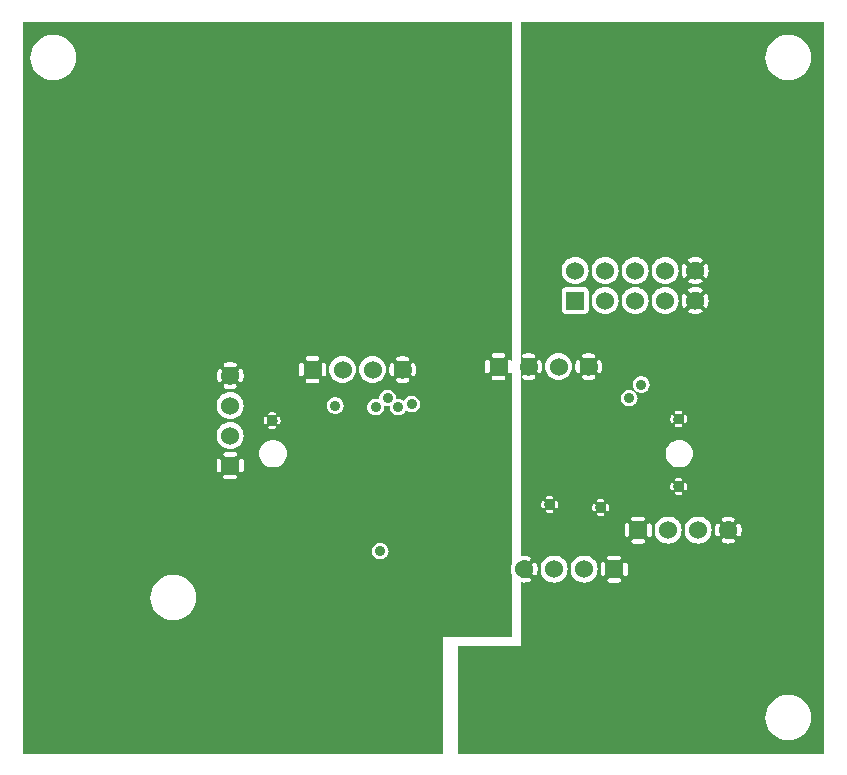
<source format=gbr>
G04 start of page 4 for group 2 idx 1
G04 Title: TX Daughterboard, GND-sldr *
G04 Creator: pcb 20070208 *
G04 CreationDate: Sat Jan 19 00:46:11 2008 UTC *
G04 For: matt *
G04 Format: Gerber/RS-274X *
G04 PCB-Dimensions: 275000 250000 *
G04 PCB-Coordinate-Origin: lower left *
%MOIN*%
%FSLAX24Y24*%
%LNGROUP2*%
%ADD13R,0.0600X0.0600*%
%ADD14C,0.0600*%
%ADD15C,0.0360*%
%ADD17C,0.0380*%
%ADD18C,0.0560*%
%ADD19C,0.0400*%
%ADD20C,0.1280*%
%ADD21C,0.0200*%
G54D21*G36*
X17100Y300D02*Y6011D01*
X17114Y6008D01*
X17156Y6002D01*
X17200Y6000D01*
X17243Y6002D01*
X17285Y6008D01*
X17327Y6018D01*
X17368Y6032D01*
X17380Y6038D01*
X17390Y6046D01*
X17399Y6056D01*
X17406Y6067D01*
X17411Y6079D01*
X17414Y6092D01*
X17415Y6105D01*
X17413Y6118D01*
X17409Y6130D01*
X17404Y6142D01*
X17396Y6152D01*
X17386Y6161D01*
X17375Y6168D01*
X17363Y6173D01*
X17350Y6176D01*
X17337Y6177D01*
X17324Y6175D01*
X17312Y6171D01*
X17285Y6162D01*
X17257Y6155D01*
X17228Y6151D01*
X17200Y6150D01*
X17171Y6151D01*
X17142Y6155D01*
X17114Y6162D01*
X17100Y6167D01*
Y6732D01*
X17114Y6737D01*
X17142Y6744D01*
X17171Y6748D01*
X17200Y6750D01*
X17228Y6748D01*
X17257Y6744D01*
X17285Y6737D01*
X17312Y6728D01*
X17324Y6724D01*
X17337Y6722D01*
X17350Y6723D01*
X17363Y6726D01*
X17375Y6731D01*
X17386Y6738D01*
X17396Y6747D01*
X17404Y6757D01*
X17410Y6769D01*
X17413Y6782D01*
X17415Y6795D01*
X17414Y6808D01*
X17411Y6820D01*
X17406Y6833D01*
X17399Y6843D01*
X17390Y6853D01*
X17380Y6861D01*
X17368Y6867D01*
X17327Y6881D01*
X17285Y6891D01*
X17243Y6898D01*
X17200Y6900D01*
X17156Y6898D01*
X17114Y6891D01*
X17100Y6888D01*
Y24700D01*
X17561D01*
Y13572D01*
X17556Y13583D01*
X17549Y13593D01*
X17540Y13603D01*
X17530Y13611D01*
X17518Y13617D01*
X17477Y13631D01*
X17435Y13641D01*
X17393Y13648D01*
X17350Y13650D01*
X17306Y13648D01*
X17264Y13641D01*
X17222Y13631D01*
X17181Y13617D01*
X17169Y13611D01*
X17159Y13603D01*
X17150Y13593D01*
X17143Y13582D01*
X17138Y13570D01*
X17135Y13558D01*
X17134Y13545D01*
X17136Y13532D01*
X17140Y13519D01*
X17145Y13508D01*
X17153Y13497D01*
X17163Y13488D01*
X17174Y13481D01*
X17186Y13476D01*
X17199Y13473D01*
X17212Y13472D01*
X17225Y13474D01*
X17237Y13478D01*
X17264Y13487D01*
X17292Y13494D01*
X17321Y13498D01*
X17350Y13500D01*
X17378Y13498D01*
X17407Y13494D01*
X17435Y13487D01*
X17462Y13478D01*
X17474Y13474D01*
X17487Y13472D01*
X17500Y13473D01*
X17513Y13476D01*
X17525Y13481D01*
X17536Y13488D01*
X17546Y13497D01*
X17554Y13507D01*
X17560Y13519D01*
X17561Y13523D01*
Y12875D01*
X17559Y12880D01*
X17554Y12892D01*
X17546Y12902D01*
X17536Y12911D01*
X17525Y12918D01*
X17513Y12923D01*
X17500Y12926D01*
X17487Y12927D01*
X17474Y12925D01*
X17462Y12921D01*
X17435Y12912D01*
X17407Y12905D01*
X17378Y12901D01*
X17350Y12900D01*
X17321Y12901D01*
X17292Y12905D01*
X17264Y12912D01*
X17237Y12921D01*
X17225Y12925D01*
X17212Y12927D01*
X17199Y12926D01*
X17186Y12923D01*
X17174Y12918D01*
X17163Y12911D01*
X17153Y12902D01*
X17145Y12892D01*
X17139Y12880D01*
X17136Y12868D01*
X17134Y12855D01*
X17135Y12841D01*
X17138Y12829D01*
X17143Y12817D01*
X17150Y12806D01*
X17159Y12796D01*
X17169Y12788D01*
X17181Y12782D01*
X17222Y12768D01*
X17264Y12758D01*
X17306Y12752D01*
X17350Y12750D01*
X17393Y12752D01*
X17435Y12758D01*
X17477Y12768D01*
X17518Y12782D01*
X17530Y12788D01*
X17540Y12796D01*
X17549Y12806D01*
X17556Y12817D01*
X17561Y12828D01*
Y6663D01*
X17558Y6664D01*
X17545Y6665D01*
X17532Y6663D01*
X17519Y6660D01*
X17507Y6654D01*
X17497Y6646D01*
X17488Y6636D01*
X17481Y6625D01*
X17476Y6613D01*
X17473Y6600D01*
X17472Y6587D01*
X17474Y6574D01*
X17478Y6562D01*
X17487Y6535D01*
X17494Y6507D01*
X17498Y6478D01*
X17500Y6450D01*
X17498Y6421D01*
X17494Y6392D01*
X17487Y6364D01*
X17478Y6337D01*
X17474Y6325D01*
X17472Y6312D01*
X17473Y6299D01*
X17476Y6286D01*
X17481Y6274D01*
X17488Y6263D01*
X17497Y6253D01*
X17507Y6245D01*
X17519Y6240D01*
X17532Y6236D01*
X17545Y6234D01*
X17558Y6235D01*
X17561Y6236D01*
Y300D01*
X17100D01*
G37*
G36*
X17561Y24700D02*X17711D01*
Y13413D01*
X17708Y13414D01*
X17695Y13415D01*
X17682Y13413D01*
X17669Y13410D01*
X17657Y13404D01*
X17647Y13396D01*
X17638Y13386D01*
X17631Y13375D01*
X17626Y13363D01*
X17623Y13350D01*
X17622Y13337D01*
X17624Y13324D01*
X17628Y13312D01*
X17637Y13285D01*
X17644Y13257D01*
X17648Y13228D01*
X17650Y13200D01*
X17648Y13171D01*
X17644Y13142D01*
X17637Y13114D01*
X17628Y13087D01*
X17624Y13075D01*
X17622Y13062D01*
X17623Y13049D01*
X17626Y13036D01*
X17631Y13024D01*
X17638Y13013D01*
X17647Y13003D01*
X17657Y12995D01*
X17669Y12990D01*
X17682Y12986D01*
X17695Y12984D01*
X17708Y12985D01*
X17711Y12986D01*
Y300D01*
X17561D01*
Y6236D01*
X17570Y6238D01*
X17582Y6243D01*
X17593Y6250D01*
X17603Y6259D01*
X17611Y6269D01*
X17617Y6281D01*
X17631Y6322D01*
X17641Y6364D01*
X17647Y6406D01*
X17650Y6450D01*
X17647Y6493D01*
X17641Y6535D01*
X17631Y6577D01*
X17617Y6618D01*
X17611Y6630D01*
X17603Y6640D01*
X17593Y6649D01*
X17582Y6656D01*
X17570Y6661D01*
X17561Y6663D01*
Y12828D01*
X17561Y12829D01*
X17564Y12842D01*
X17565Y12855D01*
X17563Y12868D01*
X17561Y12875D01*
Y13523D01*
X17563Y13532D01*
X17565Y13545D01*
X17564Y13558D01*
X17561Y13570D01*
X17561Y13572D01*
Y24700D01*
G37*
G36*
X17711D02*X17826D01*
Y8728D01*
X17825Y8728D01*
X17816Y8725D01*
X17808Y8722D01*
X17801Y8717D01*
X17795Y8710D01*
X17790Y8703D01*
X17786Y8695D01*
X17779Y8672D01*
X17774Y8648D01*
X17771Y8624D01*
X17770Y8600D01*
X17771Y8575D01*
X17774Y8551D01*
X17779Y8527D01*
X17786Y8504D01*
X17790Y8496D01*
X17795Y8489D01*
X17801Y8483D01*
X17808Y8478D01*
X17816Y8474D01*
X17825Y8472D01*
X17826Y8472D01*
Y6698D01*
X17810Y6675D01*
X17777Y6603D01*
X17756Y6528D01*
X17750Y6450D01*
X17756Y6371D01*
X17777Y6296D01*
X17810Y6225D01*
X17826Y6201D01*
Y300D01*
X17711D01*
Y12986D01*
X17720Y12988D01*
X17732Y12993D01*
X17743Y13000D01*
X17753Y13009D01*
X17761Y13019D01*
X17767Y13031D01*
X17781Y13072D01*
X17791Y13114D01*
X17797Y13156D01*
X17800Y13200D01*
X17797Y13243D01*
X17791Y13285D01*
X17781Y13327D01*
X17767Y13368D01*
X17761Y13380D01*
X17753Y13390D01*
X17743Y13399D01*
X17732Y13406D01*
X17720Y13411D01*
X17711Y13413D01*
Y24700D01*
G37*
G36*
X17826D02*X18050D01*
Y13534D01*
X18005Y13489D01*
X17960Y13425D01*
X17927Y13353D01*
X17906Y13278D01*
X17900Y13200D01*
X17906Y13121D01*
X17927Y13046D01*
X17960Y12975D01*
X18005Y12910D01*
X18050Y12866D01*
Y8880D01*
X18025Y8879D01*
X18001Y8875D01*
X17977Y8870D01*
X17954Y8863D01*
X17946Y8859D01*
X17939Y8854D01*
X17933Y8848D01*
X17928Y8841D01*
X17924Y8833D01*
X17922Y8824D01*
X17921Y8816D01*
X17922Y8807D01*
X17924Y8799D01*
X17928Y8791D01*
X17933Y8784D01*
X17939Y8777D01*
X17946Y8772D01*
X17954Y8769D01*
X17962Y8766D01*
X17971Y8766D01*
X17980Y8766D01*
X17988Y8769D01*
X18003Y8773D01*
X18018Y8777D01*
X18034Y8779D01*
X18050Y8780D01*
Y8420D01*
X18034Y8420D01*
X18018Y8422D01*
X18003Y8426D01*
X17988Y8430D01*
X17980Y8433D01*
X17971Y8433D01*
X17962Y8433D01*
X17954Y8430D01*
X17946Y8427D01*
X17939Y8422D01*
X17933Y8416D01*
X17928Y8408D01*
X17924Y8401D01*
X17922Y8392D01*
X17921Y8383D01*
X17922Y8375D01*
X17924Y8366D01*
X17928Y8358D01*
X17933Y8351D01*
X17939Y8345D01*
X17946Y8340D01*
X17954Y8336D01*
X17977Y8329D01*
X18001Y8324D01*
X18025Y8321D01*
X18050Y8320D01*
Y6873D01*
X18046Y6872D01*
X17975Y6839D01*
X17910Y6794D01*
X17855Y6739D01*
X17826Y6698D01*
Y8472D01*
X17833Y8471D01*
X17842Y8472D01*
X17850Y8474D01*
X17858Y8478D01*
X17865Y8483D01*
X17872Y8489D01*
X17877Y8496D01*
X17880Y8504D01*
X17883Y8512D01*
X17883Y8521D01*
X17883Y8530D01*
X17880Y8538D01*
X17876Y8553D01*
X17872Y8568D01*
X17870Y8584D01*
X17870Y8600D01*
X17870Y8615D01*
X17872Y8631D01*
X17876Y8646D01*
X17880Y8661D01*
X17883Y8670D01*
X17883Y8678D01*
X17883Y8687D01*
X17880Y8695D01*
X17877Y8703D01*
X17872Y8710D01*
X17865Y8717D01*
X17858Y8722D01*
X17850Y8725D01*
X17842Y8728D01*
X17833Y8728D01*
X17826Y8728D01*
Y24700D01*
G37*
G36*
Y6201D02*X17855Y6160D01*
X17910Y6105D01*
X17975Y6060D01*
X18046Y6027D01*
X18050Y6026D01*
Y300D01*
X17826D01*
Y6201D01*
G37*
G36*
X18050Y24700D02*X18350D01*
Y13650D01*
X18271Y13643D01*
X18196Y13622D01*
X18125Y13589D01*
X18060Y13544D01*
X18050Y13534D01*
Y24700D01*
G37*
G36*
Y12866D02*X18060Y12855D01*
X18125Y12810D01*
X18196Y12777D01*
X18271Y12756D01*
X18273Y12756D01*
Y8728D01*
X18266Y8728D01*
X18257Y8728D01*
X18249Y8725D01*
X18241Y8722D01*
X18234Y8717D01*
X18227Y8710D01*
X18222Y8703D01*
X18219Y8695D01*
X18216Y8687D01*
X18216Y8678D01*
X18216Y8670D01*
X18219Y8661D01*
X18223Y8646D01*
X18227Y8631D01*
X18229Y8615D01*
X18230Y8600D01*
X18229Y8584D01*
X18227Y8568D01*
X18223Y8553D01*
X18219Y8538D01*
X18216Y8530D01*
X18216Y8521D01*
X18216Y8512D01*
X18219Y8504D01*
X18222Y8496D01*
X18227Y8489D01*
X18234Y8483D01*
X18241Y8478D01*
X18249Y8474D01*
X18257Y8472D01*
X18266Y8471D01*
X18273Y8472D01*
Y6893D01*
X18200Y6900D01*
X18121Y6893D01*
X18050Y6873D01*
Y8320D01*
X18074Y8321D01*
X18098Y8324D01*
X18122Y8329D01*
X18145Y8336D01*
X18153Y8340D01*
X18160Y8345D01*
X18166Y8351D01*
X18171Y8358D01*
X18175Y8366D01*
X18177Y8375D01*
X18178Y8383D01*
X18177Y8392D01*
X18175Y8401D01*
X18171Y8408D01*
X18166Y8416D01*
X18160Y8422D01*
X18153Y8427D01*
X18145Y8430D01*
X18137Y8433D01*
X18128Y8433D01*
X18119Y8433D01*
X18111Y8430D01*
X18096Y8426D01*
X18081Y8422D01*
X18065Y8420D01*
X18050Y8420D01*
Y8780D01*
X18065Y8779D01*
X18081Y8777D01*
X18096Y8773D01*
X18111Y8769D01*
X18119Y8766D01*
X18128Y8766D01*
X18137Y8766D01*
X18145Y8769D01*
X18153Y8772D01*
X18160Y8777D01*
X18166Y8784D01*
X18171Y8791D01*
X18175Y8799D01*
X18177Y8807D01*
X18178Y8816D01*
X18177Y8824D01*
X18175Y8833D01*
X18171Y8841D01*
X18166Y8848D01*
X18160Y8854D01*
X18153Y8859D01*
X18145Y8863D01*
X18122Y8870D01*
X18098Y8875D01*
X18074Y8879D01*
X18050Y8880D01*
Y12866D01*
G37*
G36*
X18273Y12756D02*X18350Y12750D01*
Y6873D01*
X18278Y6893D01*
X18273Y6893D01*
Y8472D01*
X18274Y8472D01*
X18283Y8474D01*
X18291Y8478D01*
X18298Y8483D01*
X18304Y8489D01*
X18309Y8496D01*
X18313Y8504D01*
X18320Y8527D01*
X18325Y8551D01*
X18328Y8575D01*
X18330Y8600D01*
X18328Y8624D01*
X18325Y8648D01*
X18320Y8672D01*
X18313Y8695D01*
X18309Y8703D01*
X18304Y8710D01*
X18298Y8717D01*
X18291Y8722D01*
X18283Y8725D01*
X18274Y8728D01*
X18273Y8728D01*
Y12756D01*
G37*
G36*
X18050Y6026D02*X18121Y6006D01*
X18200Y6000D01*
X18278Y6006D01*
X18350Y6026D01*
Y300D01*
X18050D01*
Y6026D01*
G37*
G36*
X18350Y24700D02*X18988D01*
Y16840D01*
X18978Y16843D01*
X18900Y16850D01*
X18821Y16843D01*
X18746Y16822D01*
X18675Y16789D01*
X18610Y16744D01*
X18555Y16689D01*
X18510Y16625D01*
X18477Y16553D01*
X18456Y16478D01*
X18450Y16400D01*
X18456Y16321D01*
X18477Y16246D01*
X18510Y16175D01*
X18555Y16110D01*
X18610Y16055D01*
X18675Y16010D01*
X18746Y15977D01*
X18821Y15956D01*
X18900Y15950D01*
X18978Y15956D01*
X18988Y15959D01*
Y15849D01*
X18574Y15847D01*
X18548Y15841D01*
X18525Y15829D01*
X18503Y15814D01*
X18485Y15796D01*
X18470Y15775D01*
X18459Y15751D01*
X18452Y15726D01*
X18450Y15700D01*
X18452Y15074D01*
X18459Y15048D01*
X18470Y15025D01*
X18485Y15003D01*
X18503Y14985D01*
X18525Y14970D01*
X18548Y14959D01*
X18574Y14952D01*
X18600Y14950D01*
X18988Y14951D01*
Y13414D01*
X18979Y13411D01*
X18967Y13406D01*
X18956Y13399D01*
X18946Y13390D01*
X18938Y13380D01*
X18932Y13368D01*
X18918Y13327D01*
X18908Y13285D01*
X18902Y13243D01*
X18900Y13200D01*
X18902Y13156D01*
X18908Y13114D01*
X18918Y13072D01*
X18932Y13031D01*
X18938Y13019D01*
X18946Y13009D01*
X18956Y13000D01*
X18967Y12993D01*
X18979Y12988D01*
X18988Y12986D01*
Y6846D01*
X18975Y6839D01*
X18910Y6794D01*
X18855Y6739D01*
X18810Y6675D01*
X18777Y6603D01*
X18756Y6528D01*
X18750Y6450D01*
X18756Y6371D01*
X18777Y6296D01*
X18810Y6225D01*
X18855Y6160D01*
X18910Y6105D01*
X18975Y6060D01*
X18988Y6053D01*
Y300D01*
X18350D01*
Y6026D01*
X18353Y6027D01*
X18425Y6060D01*
X18489Y6105D01*
X18544Y6160D01*
X18589Y6225D01*
X18622Y6296D01*
X18643Y6371D01*
X18650Y6450D01*
X18643Y6528D01*
X18622Y6603D01*
X18589Y6675D01*
X18544Y6739D01*
X18489Y6794D01*
X18425Y6839D01*
X18353Y6872D01*
X18350Y6873D01*
Y12750D01*
X18428Y12756D01*
X18503Y12777D01*
X18575Y12810D01*
X18639Y12855D01*
X18694Y12910D01*
X18739Y12975D01*
X18772Y13046D01*
X18793Y13121D01*
X18800Y13200D01*
X18793Y13278D01*
X18772Y13353D01*
X18739Y13425D01*
X18694Y13489D01*
X18639Y13544D01*
X18575Y13589D01*
X18503Y13622D01*
X18428Y13643D01*
X18350Y13650D01*
Y24700D01*
G37*
G36*
X18988D02*X19200D01*
Y16734D01*
X19189Y16744D01*
X19125Y16789D01*
X19053Y16822D01*
X18988Y16840D01*
Y24700D01*
G37*
G36*
Y15959D02*X19053Y15977D01*
X19125Y16010D01*
X19189Y16055D01*
X19200Y16066D01*
Y15850D01*
X18988Y15849D01*
Y15959D01*
G37*
G36*
Y14951D02*X19200Y14952D01*
Y13623D01*
X19181Y13617D01*
X19169Y13611D01*
X19159Y13603D01*
X19150Y13593D01*
X19143Y13582D01*
X19138Y13570D01*
X19135Y13558D01*
X19134Y13545D01*
X19136Y13532D01*
X19140Y13519D01*
X19145Y13508D01*
X19153Y13497D01*
X19163Y13488D01*
X19174Y13481D01*
X19186Y13476D01*
X19199Y13473D01*
X19200D01*
Y12926D01*
X19199Y12926D01*
X19186Y12923D01*
X19174Y12918D01*
X19163Y12911D01*
X19153Y12902D01*
X19145Y12892D01*
X19139Y12880D01*
X19136Y12868D01*
X19134Y12855D01*
X19135Y12841D01*
X19138Y12829D01*
X19143Y12817D01*
X19150Y12806D01*
X19159Y12796D01*
X19169Y12788D01*
X19181Y12782D01*
X19200Y12776D01*
Y6900D01*
X19121Y6893D01*
X19046Y6872D01*
X18988Y6846D01*
Y12986D01*
X18991Y12985D01*
X19004Y12984D01*
X19017Y12986D01*
X19030Y12990D01*
X19042Y12996D01*
X19052Y13003D01*
X19061Y13013D01*
X19068Y13024D01*
X19073Y13036D01*
X19076Y13049D01*
X19077Y13062D01*
X19075Y13075D01*
X19071Y13087D01*
X19062Y13114D01*
X19055Y13142D01*
X19051Y13171D01*
X19050Y13200D01*
X19051Y13228D01*
X19055Y13257D01*
X19062Y13285D01*
X19071Y13312D01*
X19075Y13324D01*
X19077Y13337D01*
X19076Y13351D01*
X19073Y13363D01*
X19068Y13375D01*
X19061Y13386D01*
X19052Y13396D01*
X19042Y13404D01*
X19030Y13410D01*
X19017Y13413D01*
X19004Y13415D01*
X18991Y13414D01*
X18988Y13414D01*
Y14951D01*
G37*
G36*
Y6053D02*X19046Y6027D01*
X19121Y6006D01*
X19200Y6000D01*
Y300D01*
X18988D01*
Y6053D01*
G37*
G36*
X19200Y24700D02*X19526D01*
Y16648D01*
X19510Y16625D01*
X19477Y16553D01*
X19456Y16478D01*
X19450Y16400D01*
X19456Y16321D01*
X19477Y16246D01*
X19510Y16175D01*
X19526Y16151D01*
Y15648D01*
X19510Y15625D01*
X19477Y15553D01*
X19456Y15478D01*
X19450Y15400D01*
X19456Y15321D01*
X19477Y15246D01*
X19510Y15175D01*
X19526Y15151D01*
Y13613D01*
X19518Y13617D01*
X19477Y13631D01*
X19435Y13641D01*
X19393Y13648D01*
X19350Y13650D01*
X19306Y13648D01*
X19264Y13641D01*
X19222Y13631D01*
X19200Y13623D01*
Y14952D01*
X19226Y14952D01*
X19251Y14959D01*
X19275Y14970D01*
X19296Y14985D01*
X19314Y15003D01*
X19329Y15025D01*
X19341Y15048D01*
X19347Y15074D01*
X19350Y15100D01*
X19347Y15726D01*
X19341Y15751D01*
X19329Y15775D01*
X19314Y15796D01*
X19296Y15814D01*
X19275Y15829D01*
X19251Y15841D01*
X19226Y15847D01*
X19200Y15850D01*
Y16066D01*
X19244Y16110D01*
X19289Y16175D01*
X19322Y16246D01*
X19343Y16321D01*
X19350Y16400D01*
X19343Y16478D01*
X19322Y16553D01*
X19289Y16625D01*
X19244Y16689D01*
X19200Y16734D01*
Y24700D01*
G37*
G36*
X19526Y300D02*X19200D01*
Y6000D01*
X19278Y6006D01*
X19353Y6027D01*
X19425Y6060D01*
X19489Y6105D01*
X19526Y6142D01*
Y300D01*
G37*
G36*
Y6757D02*X19489Y6794D01*
X19425Y6839D01*
X19353Y6872D01*
X19278Y6893D01*
X19200Y6900D01*
Y12776D01*
X19222Y12768D01*
X19264Y12758D01*
X19306Y12752D01*
X19350Y12750D01*
X19393Y12752D01*
X19435Y12758D01*
X19477Y12768D01*
X19518Y12782D01*
X19526Y12787D01*
Y8628D01*
X19525Y8628D01*
X19516Y8625D01*
X19508Y8622D01*
X19501Y8617D01*
X19495Y8610D01*
X19490Y8603D01*
X19486Y8595D01*
X19479Y8572D01*
X19474Y8548D01*
X19471Y8524D01*
X19470Y8500D01*
X19471Y8475D01*
X19474Y8451D01*
X19479Y8427D01*
X19486Y8404D01*
X19490Y8396D01*
X19495Y8389D01*
X19501Y8383D01*
X19508Y8378D01*
X19516Y8374D01*
X19525Y8372D01*
X19526Y8372D01*
Y6757D01*
G37*
G36*
Y12917D02*X19525Y12918D01*
X19513Y12923D01*
X19500Y12926D01*
X19487Y12927D01*
X19474Y12925D01*
X19462Y12921D01*
X19435Y12912D01*
X19407Y12905D01*
X19378Y12901D01*
X19350Y12900D01*
X19321Y12901D01*
X19292Y12905D01*
X19264Y12912D01*
X19237Y12921D01*
X19225Y12925D01*
X19212Y12927D01*
X19200Y12926D01*
Y13473D01*
X19212Y13472D01*
X19225Y13474D01*
X19237Y13478D01*
X19264Y13487D01*
X19292Y13494D01*
X19321Y13498D01*
X19350Y13500D01*
X19378Y13498D01*
X19407Y13494D01*
X19435Y13487D01*
X19462Y13478D01*
X19474Y13474D01*
X19487Y13472D01*
X19500Y13473D01*
X19513Y13476D01*
X19525Y13481D01*
X19526Y13482D01*
Y12917D01*
G37*
G36*
Y24700D02*X19711D01*
Y16806D01*
X19675Y16789D01*
X19610Y16744D01*
X19555Y16689D01*
X19526Y16648D01*
Y24700D01*
G37*
G36*
Y16151D02*X19555Y16110D01*
X19610Y16055D01*
X19675Y16010D01*
X19711Y15993D01*
Y15806D01*
X19675Y15789D01*
X19610Y15744D01*
X19555Y15689D01*
X19526Y15648D01*
Y16151D01*
G37*
G36*
Y15151D02*X19555Y15110D01*
X19610Y15055D01*
X19675Y15010D01*
X19711Y14993D01*
Y13413D01*
X19708Y13414D01*
X19695Y13415D01*
X19682Y13413D01*
X19669Y13410D01*
X19657Y13404D01*
X19647Y13396D01*
X19638Y13386D01*
X19631Y13375D01*
X19626Y13363D01*
X19623Y13350D01*
X19622Y13337D01*
X19624Y13324D01*
X19628Y13312D01*
X19637Y13285D01*
X19644Y13257D01*
X19648Y13228D01*
X19650Y13200D01*
X19648Y13171D01*
X19644Y13142D01*
X19637Y13114D01*
X19628Y13087D01*
X19624Y13075D01*
X19622Y13062D01*
X19623Y13049D01*
X19626Y13036D01*
X19631Y13024D01*
X19638Y13013D01*
X19647Y13003D01*
X19657Y12995D01*
X19669Y12990D01*
X19682Y12986D01*
X19695Y12984D01*
X19708Y12985D01*
X19711Y12986D01*
Y8777D01*
X19701Y8775D01*
X19677Y8770D01*
X19654Y8763D01*
X19646Y8759D01*
X19639Y8754D01*
X19633Y8748D01*
X19628Y8741D01*
X19624Y8733D01*
X19622Y8724D01*
X19621Y8716D01*
X19622Y8707D01*
X19624Y8699D01*
X19628Y8691D01*
X19633Y8684D01*
X19639Y8677D01*
X19646Y8672D01*
X19654Y8669D01*
X19662Y8666D01*
X19671Y8666D01*
X19680Y8666D01*
X19688Y8669D01*
X19703Y8673D01*
X19711Y8675D01*
Y8324D01*
X19703Y8326D01*
X19688Y8330D01*
X19680Y8333D01*
X19671Y8333D01*
X19662Y8333D01*
X19654Y8330D01*
X19646Y8327D01*
X19639Y8322D01*
X19633Y8316D01*
X19628Y8308D01*
X19624Y8301D01*
X19622Y8292D01*
X19621Y8283D01*
X19622Y8275D01*
X19624Y8266D01*
X19628Y8258D01*
X19633Y8251D01*
X19639Y8245D01*
X19646Y8240D01*
X19654Y8236D01*
X19677Y8229D01*
X19701Y8224D01*
X19711Y8223D01*
Y300D01*
X19526D01*
Y6142D01*
X19544Y6160D01*
X19589Y6225D01*
X19622Y6296D01*
X19643Y6371D01*
X19650Y6450D01*
X19643Y6528D01*
X19622Y6603D01*
X19589Y6675D01*
X19544Y6739D01*
X19526Y6757D01*
Y8372D01*
X19533Y8371D01*
X19542Y8372D01*
X19550Y8374D01*
X19558Y8378D01*
X19565Y8383D01*
X19572Y8389D01*
X19577Y8396D01*
X19580Y8404D01*
X19583Y8412D01*
X19583Y8421D01*
X19583Y8430D01*
X19580Y8438D01*
X19576Y8453D01*
X19572Y8468D01*
X19570Y8484D01*
X19570Y8500D01*
X19570Y8515D01*
X19572Y8531D01*
X19576Y8546D01*
X19580Y8561D01*
X19583Y8570D01*
X19583Y8578D01*
X19583Y8587D01*
X19580Y8595D01*
X19577Y8603D01*
X19572Y8610D01*
X19565Y8617D01*
X19558Y8622D01*
X19550Y8625D01*
X19542Y8628D01*
X19533Y8628D01*
X19526Y8628D01*
Y12787D01*
X19530Y12788D01*
X19540Y12796D01*
X19549Y12806D01*
X19556Y12817D01*
X19561Y12829D01*
X19564Y12842D01*
X19565Y12855D01*
X19563Y12868D01*
X19559Y12880D01*
X19554Y12892D01*
X19546Y12902D01*
X19536Y12911D01*
X19526Y12917D01*
Y13482D01*
X19536Y13488D01*
X19546Y13497D01*
X19554Y13507D01*
X19560Y13519D01*
X19563Y13532D01*
X19565Y13545D01*
X19564Y13558D01*
X19561Y13570D01*
X19556Y13583D01*
X19549Y13593D01*
X19540Y13603D01*
X19530Y13611D01*
X19526Y13613D01*
Y15151D01*
G37*
G36*
X19711Y24700D02*X19900D01*
Y16850D01*
X19821Y16843D01*
X19746Y16822D01*
X19711Y16806D01*
Y24700D01*
G37*
G36*
Y15993D02*X19746Y15977D01*
X19821Y15956D01*
X19900Y15950D01*
Y15850D01*
X19821Y15843D01*
X19746Y15822D01*
X19711Y15806D01*
Y15993D01*
G37*
G36*
Y14993D02*X19746Y14977D01*
X19821Y14956D01*
X19900Y14950D01*
Y6600D01*
X19898Y6613D01*
X19895Y6625D01*
X19890Y6637D01*
X19882Y6648D01*
X19873Y6657D01*
X19862Y6665D01*
X19850Y6670D01*
X19838Y6673D01*
X19825Y6675D01*
X19812Y6673D01*
X19799Y6670D01*
X19787Y6665D01*
X19776Y6657D01*
X19767Y6648D01*
X19760Y6637D01*
X19754Y6625D01*
X19751Y6613D01*
X19750Y6600D01*
Y6300D01*
X19751Y6287D01*
X19754Y6274D01*
X19760Y6262D01*
X19767Y6251D01*
X19776Y6242D01*
X19787Y6235D01*
X19799Y6229D01*
X19812Y6226D01*
X19825Y6225D01*
X19838Y6226D01*
X19850Y6229D01*
X19862Y6235D01*
X19873Y6242D01*
X19882Y6251D01*
X19890Y6262D01*
X19895Y6274D01*
X19898Y6287D01*
X19900Y6300D01*
Y300D01*
X19711D01*
Y8223D01*
X19725Y8221D01*
X19750Y8220D01*
X19774Y8221D01*
X19798Y8224D01*
X19822Y8229D01*
X19845Y8236D01*
X19853Y8240D01*
X19860Y8245D01*
X19866Y8251D01*
X19871Y8258D01*
X19875Y8266D01*
X19877Y8275D01*
X19878Y8283D01*
X19877Y8292D01*
X19875Y8301D01*
X19871Y8308D01*
X19866Y8316D01*
X19860Y8322D01*
X19853Y8327D01*
X19845Y8330D01*
X19837Y8333D01*
X19828Y8333D01*
X19819Y8333D01*
X19811Y8330D01*
X19796Y8326D01*
X19781Y8322D01*
X19765Y8320D01*
X19750Y8320D01*
X19734Y8320D01*
X19718Y8322D01*
X19711Y8324D01*
Y8675D01*
X19718Y8677D01*
X19734Y8679D01*
X19750Y8680D01*
X19765Y8679D01*
X19781Y8677D01*
X19796Y8673D01*
X19811Y8669D01*
X19819Y8666D01*
X19828Y8666D01*
X19837Y8666D01*
X19845Y8669D01*
X19853Y8672D01*
X19860Y8677D01*
X19866Y8684D01*
X19871Y8691D01*
X19875Y8699D01*
X19877Y8707D01*
X19878Y8716D01*
X19877Y8724D01*
X19875Y8733D01*
X19871Y8741D01*
X19866Y8748D01*
X19860Y8754D01*
X19853Y8759D01*
X19845Y8763D01*
X19822Y8770D01*
X19798Y8775D01*
X19774Y8779D01*
X19750Y8780D01*
X19725Y8779D01*
X19711Y8777D01*
Y12986D01*
X19720Y12988D01*
X19732Y12993D01*
X19743Y13000D01*
X19753Y13009D01*
X19761Y13019D01*
X19767Y13031D01*
X19781Y13072D01*
X19791Y13114D01*
X19797Y13156D01*
X19800Y13200D01*
X19797Y13243D01*
X19791Y13285D01*
X19781Y13327D01*
X19767Y13368D01*
X19761Y13380D01*
X19753Y13390D01*
X19743Y13399D01*
X19732Y13406D01*
X19720Y13411D01*
X19711Y13413D01*
Y14993D01*
G37*
G36*
X19900Y24700D02*X20200D01*
Y16734D01*
X20189Y16744D01*
X20125Y16789D01*
X20053Y16822D01*
X19978Y16843D01*
X19900Y16850D01*
Y24700D01*
G37*
G36*
X19973Y300D02*X19900D01*
Y14950D01*
X19973Y14956D01*
Y8628D01*
X19966Y8628D01*
X19957Y8628D01*
X19949Y8625D01*
X19941Y8622D01*
X19934Y8617D01*
X19927Y8610D01*
X19922Y8603D01*
X19919Y8595D01*
X19916Y8587D01*
X19916Y8578D01*
X19916Y8570D01*
X19919Y8561D01*
X19923Y8546D01*
X19927Y8531D01*
X19929Y8515D01*
X19930Y8500D01*
X19929Y8484D01*
X19927Y8468D01*
X19923Y8453D01*
X19919Y8438D01*
X19916Y8430D01*
X19916Y8421D01*
X19916Y8412D01*
X19919Y8404D01*
X19922Y8396D01*
X19927Y8389D01*
X19934Y8383D01*
X19941Y8378D01*
X19949Y8374D01*
X19957Y8372D01*
X19966Y8371D01*
X19973Y8372D01*
Y300D01*
G37*
G36*
X20200D02*X19973D01*
Y8372D01*
X19974Y8372D01*
X19983Y8374D01*
X19991Y8378D01*
X19998Y8383D01*
X20004Y8389D01*
X20009Y8396D01*
X20013Y8404D01*
X20020Y8427D01*
X20025Y8451D01*
X20028Y8475D01*
X20030Y8500D01*
X20028Y8524D01*
X20025Y8548D01*
X20020Y8572D01*
X20013Y8595D01*
X20009Y8603D01*
X20004Y8610D01*
X19998Y8617D01*
X19991Y8622D01*
X19983Y8625D01*
X19974Y8628D01*
X19973Y8628D01*
Y14956D01*
X19978Y14956D01*
X20053Y14977D01*
X20125Y15010D01*
X20189Y15055D01*
X20200Y15066D01*
Y6900D01*
X20050D01*
X20037Y6898D01*
X20024Y6895D01*
X20012Y6890D01*
X20001Y6882D01*
X19992Y6873D01*
X19985Y6862D01*
X19979Y6850D01*
X19976Y6838D01*
X19975Y6825D01*
X19976Y6812D01*
X19979Y6799D01*
X19985Y6787D01*
X19992Y6776D01*
X20001Y6767D01*
X20012Y6760D01*
X20024Y6754D01*
X20037Y6751D01*
X20050Y6750D01*
X20200D01*
Y6150D01*
X20050D01*
X20037Y6148D01*
X20024Y6145D01*
X20012Y6140D01*
X20001Y6132D01*
X19992Y6123D01*
X19985Y6112D01*
X19979Y6100D01*
X19976Y6088D01*
X19975Y6075D01*
X19976Y6062D01*
X19979Y6049D01*
X19985Y6037D01*
X19992Y6026D01*
X20001Y6017D01*
X20012Y6010D01*
X20024Y6004D01*
X20037Y6001D01*
X20050Y6000D01*
X20200D01*
Y300D01*
G37*
G36*
Y15734D02*X20189Y15744D01*
X20125Y15789D01*
X20053Y15822D01*
X19978Y15843D01*
X19900Y15850D01*
Y15950D01*
X19978Y15956D01*
X20053Y15977D01*
X20125Y16010D01*
X20189Y16055D01*
X20200Y16066D01*
Y15734D01*
G37*
G36*
Y24700D02*X20625D01*
Y16754D01*
X20610Y16744D01*
X20555Y16689D01*
X20510Y16625D01*
X20477Y16553D01*
X20456Y16478D01*
X20450Y16400D01*
X20456Y16321D01*
X20477Y16246D01*
X20510Y16175D01*
X20555Y16110D01*
X20610Y16055D01*
X20625Y16045D01*
Y15754D01*
X20610Y15744D01*
X20555Y15689D01*
X20510Y15625D01*
X20477Y15553D01*
X20456Y15478D01*
X20450Y15400D01*
X20456Y15321D01*
X20477Y15246D01*
X20510Y15175D01*
X20555Y15110D01*
X20610Y15055D01*
X20625Y15045D01*
Y12418D01*
X20604Y12413D01*
X20560Y12392D01*
X20520Y12364D01*
X20485Y12330D01*
X20457Y12290D01*
X20436Y12245D01*
X20424Y12198D01*
X20420Y12150D01*
X20424Y12101D01*
X20436Y12054D01*
X20457Y12010D01*
X20485Y11970D01*
X20520Y11935D01*
X20560Y11907D01*
X20604Y11886D01*
X20625Y11881D01*
Y7975D01*
X20612Y7973D01*
X20599Y7970D01*
X20587Y7965D01*
X20576Y7957D01*
X20567Y7948D01*
X20560Y7937D01*
X20554Y7925D01*
X20551Y7913D01*
X20550Y7900D01*
Y7600D01*
X20551Y7587D01*
X20554Y7574D01*
X20560Y7562D01*
X20567Y7551D01*
X20576Y7542D01*
X20587Y7535D01*
X20599Y7529D01*
X20612Y7526D01*
X20625Y7525D01*
Y6655D01*
X20623Y6657D01*
X20612Y6665D01*
X20600Y6670D01*
X20588Y6673D01*
X20575Y6675D01*
X20562Y6673D01*
X20549Y6670D01*
X20537Y6665D01*
X20526Y6657D01*
X20517Y6648D01*
X20510Y6637D01*
X20504Y6625D01*
X20501Y6613D01*
X20500Y6600D01*
Y6300D01*
X20501Y6287D01*
X20504Y6274D01*
X20510Y6262D01*
X20517Y6251D01*
X20526Y6242D01*
X20537Y6235D01*
X20549Y6229D01*
X20562Y6226D01*
X20575Y6225D01*
X20588Y6226D01*
X20600Y6229D01*
X20612Y6235D01*
X20623Y6242D01*
X20625Y6244D01*
Y300D01*
X20200D01*
Y6000D01*
X20350D01*
X20363Y6001D01*
X20375Y6004D01*
X20387Y6010D01*
X20398Y6017D01*
X20407Y6026D01*
X20415Y6037D01*
X20420Y6049D01*
X20423Y6062D01*
X20425Y6075D01*
X20423Y6088D01*
X20420Y6100D01*
X20415Y6112D01*
X20407Y6123D01*
X20398Y6132D01*
X20387Y6140D01*
X20375Y6145D01*
X20363Y6148D01*
X20350Y6150D01*
X20200D01*
Y6750D01*
X20350D01*
X20363Y6751D01*
X20375Y6754D01*
X20387Y6760D01*
X20398Y6767D01*
X20407Y6776D01*
X20415Y6787D01*
X20420Y6799D01*
X20423Y6812D01*
X20425Y6825D01*
X20423Y6838D01*
X20420Y6850D01*
X20415Y6862D01*
X20407Y6873D01*
X20398Y6882D01*
X20387Y6890D01*
X20375Y6895D01*
X20363Y6898D01*
X20350Y6900D01*
X20200D01*
Y15066D01*
X20244Y15110D01*
X20289Y15175D01*
X20322Y15246D01*
X20343Y15321D01*
X20350Y15400D01*
X20343Y15478D01*
X20322Y15553D01*
X20289Y15625D01*
X20244Y15689D01*
X20200Y15734D01*
Y16066D01*
X20244Y16110D01*
X20289Y16175D01*
X20322Y16246D01*
X20343Y16321D01*
X20350Y16400D01*
X20343Y16478D01*
X20322Y16553D01*
X20289Y16625D01*
X20244Y16689D01*
X20200Y16734D01*
Y24700D01*
G37*
G36*
X20625D02*X21100D01*
Y16801D01*
X21053Y16822D01*
X20978Y16843D01*
X20900Y16850D01*
X20821Y16843D01*
X20746Y16822D01*
X20675Y16789D01*
X20625Y16754D01*
Y24700D01*
G37*
G36*
Y16045D02*X20675Y16010D01*
X20746Y15977D01*
X20821Y15956D01*
X20900Y15950D01*
X20978Y15956D01*
X21053Y15977D01*
X21100Y15998D01*
Y15801D01*
X21053Y15822D01*
X20978Y15843D01*
X20900Y15850D01*
X20821Y15843D01*
X20746Y15822D01*
X20675Y15789D01*
X20625Y15754D01*
Y16045D01*
G37*
G36*
Y15045D02*X20675Y15010D01*
X20746Y14977D01*
X20821Y14956D01*
X20900Y14950D01*
X20978Y14956D01*
X21053Y14977D01*
X21100Y14998D01*
Y12880D01*
X21051Y12875D01*
X21004Y12863D01*
X20960Y12842D01*
X20920Y12814D01*
X20885Y12780D01*
X20857Y12740D01*
X20836Y12695D01*
X20824Y12648D01*
X20820Y12600D01*
X20824Y12551D01*
X20836Y12504D01*
X20857Y12460D01*
X20885Y12420D01*
X20920Y12385D01*
X20960Y12357D01*
X21004Y12336D01*
X21051Y12324D01*
X21100Y12320D01*
Y8200D01*
X20850D01*
X20837Y8198D01*
X20824Y8195D01*
X20812Y8190D01*
X20801Y8182D01*
X20792Y8173D01*
X20785Y8162D01*
X20779Y8150D01*
X20776Y8138D01*
X20775Y8125D01*
X20776Y8112D01*
X20779Y8099D01*
X20785Y8087D01*
X20792Y8076D01*
X20801Y8067D01*
X20812Y8060D01*
X20824Y8054D01*
X20837Y8051D01*
X20850Y8050D01*
X21100D01*
Y7450D01*
X20850D01*
X20837Y7448D01*
X20824Y7445D01*
X20812Y7440D01*
X20801Y7432D01*
X20792Y7423D01*
X20785Y7412D01*
X20779Y7400D01*
X20776Y7388D01*
X20775Y7375D01*
X20776Y7362D01*
X20779Y7349D01*
X20785Y7337D01*
X20792Y7326D01*
X20801Y7317D01*
X20812Y7310D01*
X20824Y7304D01*
X20837Y7301D01*
X20850Y7300D01*
X21100D01*
Y300D01*
X20625D01*
Y6244D01*
X20632Y6251D01*
X20640Y6262D01*
X20645Y6274D01*
X20648Y6287D01*
X20650Y6300D01*
Y6600D01*
X20648Y6613D01*
X20645Y6625D01*
X20640Y6637D01*
X20632Y6648D01*
X20625Y6655D01*
Y7525D01*
X20638Y7526D01*
X20650Y7529D01*
X20662Y7535D01*
X20673Y7542D01*
X20682Y7551D01*
X20690Y7562D01*
X20695Y7574D01*
X20698Y7587D01*
X20700Y7600D01*
Y7900D01*
X20698Y7913D01*
X20695Y7925D01*
X20690Y7937D01*
X20682Y7948D01*
X20673Y7957D01*
X20662Y7965D01*
X20650Y7970D01*
X20638Y7973D01*
X20625Y7975D01*
Y11881D01*
X20651Y11874D01*
X20700Y11870D01*
X20748Y11874D01*
X20795Y11886D01*
X20840Y11907D01*
X20880Y11935D01*
X20914Y11970D01*
X20942Y12010D01*
X20963Y12054D01*
X20975Y12101D01*
X20980Y12150D01*
X20975Y12198D01*
X20963Y12245D01*
X20942Y12290D01*
X20914Y12330D01*
X20880Y12364D01*
X20840Y12392D01*
X20795Y12413D01*
X20748Y12425D01*
X20700Y12430D01*
X20651Y12425D01*
X20625Y12418D01*
Y15045D01*
G37*
G36*
X21100Y24700D02*X21375D01*
Y12651D01*
X21363Y12695D01*
X21342Y12740D01*
X21314Y12780D01*
X21280Y12814D01*
X21240Y12842D01*
X21195Y12863D01*
X21148Y12875D01*
X21100Y12880D01*
Y14998D01*
X21125Y15010D01*
X21189Y15055D01*
X21244Y15110D01*
X21289Y15175D01*
X21322Y15246D01*
X21343Y15321D01*
X21350Y15400D01*
X21343Y15478D01*
X21322Y15553D01*
X21289Y15625D01*
X21244Y15689D01*
X21189Y15744D01*
X21125Y15789D01*
X21100Y15801D01*
Y15998D01*
X21125Y16010D01*
X21189Y16055D01*
X21244Y16110D01*
X21289Y16175D01*
X21322Y16246D01*
X21343Y16321D01*
X21350Y16400D01*
X21343Y16478D01*
X21322Y16553D01*
X21289Y16625D01*
X21244Y16689D01*
X21189Y16744D01*
X21125Y16789D01*
X21100Y16801D01*
Y24700D01*
G37*
G36*
X21375Y300D02*X21100D01*
Y7300D01*
X21150D01*
X21163Y7301D01*
X21175Y7304D01*
X21187Y7310D01*
X21198Y7317D01*
X21207Y7326D01*
X21215Y7337D01*
X21220Y7349D01*
X21223Y7362D01*
X21225Y7375D01*
X21223Y7388D01*
X21220Y7400D01*
X21215Y7412D01*
X21207Y7423D01*
X21198Y7432D01*
X21187Y7440D01*
X21175Y7445D01*
X21163Y7448D01*
X21150Y7450D01*
X21100D01*
Y8050D01*
X21150D01*
X21163Y8051D01*
X21175Y8054D01*
X21187Y8060D01*
X21198Y8067D01*
X21207Y8076D01*
X21215Y8087D01*
X21220Y8099D01*
X21223Y8112D01*
X21225Y8125D01*
X21223Y8138D01*
X21220Y8150D01*
X21215Y8162D01*
X21207Y8173D01*
X21198Y8182D01*
X21187Y8190D01*
X21175Y8195D01*
X21163Y8198D01*
X21150Y8200D01*
X21100D01*
Y12320D01*
X21148Y12324D01*
X21195Y12336D01*
X21240Y12357D01*
X21280Y12385D01*
X21314Y12420D01*
X21342Y12460D01*
X21363Y12504D01*
X21375Y12548D01*
Y7975D01*
X21362Y7973D01*
X21349Y7970D01*
X21337Y7965D01*
X21326Y7957D01*
X21317Y7948D01*
X21310Y7937D01*
X21304Y7925D01*
X21301Y7913D01*
X21300Y7900D01*
Y7600D01*
X21301Y7587D01*
X21304Y7574D01*
X21310Y7562D01*
X21317Y7551D01*
X21326Y7542D01*
X21337Y7535D01*
X21349Y7529D01*
X21362Y7526D01*
X21375Y7525D01*
Y300D01*
G37*
G36*
Y24700D02*X22126D01*
Y16788D01*
X22125Y16789D01*
X22053Y16822D01*
X21978Y16843D01*
X21900Y16850D01*
X21821Y16843D01*
X21746Y16822D01*
X21675Y16789D01*
X21610Y16744D01*
X21555Y16689D01*
X21510Y16625D01*
X21477Y16553D01*
X21456Y16478D01*
X21450Y16400D01*
X21456Y16321D01*
X21477Y16246D01*
X21510Y16175D01*
X21555Y16110D01*
X21610Y16055D01*
X21675Y16010D01*
X21746Y15977D01*
X21821Y15956D01*
X21900Y15950D01*
X21978Y15956D01*
X22053Y15977D01*
X22125Y16010D01*
X22126Y16011D01*
Y15788D01*
X22125Y15789D01*
X22053Y15822D01*
X21978Y15843D01*
X21900Y15850D01*
X21821Y15843D01*
X21746Y15822D01*
X21675Y15789D01*
X21610Y15744D01*
X21555Y15689D01*
X21510Y15625D01*
X21477Y15553D01*
X21456Y15478D01*
X21450Y15400D01*
X21456Y15321D01*
X21477Y15246D01*
X21510Y15175D01*
X21555Y15110D01*
X21610Y15055D01*
X21675Y15010D01*
X21746Y14977D01*
X21821Y14956D01*
X21900Y14950D01*
X21978Y14956D01*
X22053Y14977D01*
X22125Y15010D01*
X22126Y15011D01*
Y11578D01*
X22125Y11578D01*
X22116Y11575D01*
X22108Y11572D01*
X22101Y11567D01*
X22095Y11560D01*
X22090Y11553D01*
X22086Y11545D01*
X22079Y11522D01*
X22074Y11498D01*
X22071Y11474D01*
X22070Y11450D01*
X22071Y11425D01*
X22074Y11401D01*
X22079Y11377D01*
X22086Y11354D01*
X22090Y11346D01*
X22095Y11339D01*
X22101Y11333D01*
X22108Y11328D01*
X22116Y11324D01*
X22125Y11322D01*
X22126Y11322D01*
Y10686D01*
X22077Y10652D01*
X22020Y10595D01*
X21974Y10530D01*
X21941Y10457D01*
X21920Y10379D01*
X21913Y10300D01*
X21920Y10220D01*
X21941Y10142D01*
X21974Y10070D01*
X22020Y10004D01*
X22077Y9947D01*
X22126Y9913D01*
Y9328D01*
X22125Y9328D01*
X22116Y9325D01*
X22108Y9322D01*
X22101Y9317D01*
X22095Y9310D01*
X22090Y9303D01*
X22086Y9295D01*
X22079Y9272D01*
X22074Y9248D01*
X22071Y9224D01*
X22070Y9200D01*
X22071Y9175D01*
X22074Y9151D01*
X22079Y9127D01*
X22086Y9104D01*
X22090Y9096D01*
X22095Y9089D01*
X22101Y9083D01*
X22108Y9078D01*
X22116Y9074D01*
X22125Y9072D01*
X22126Y9072D01*
Y8180D01*
X22078Y8193D01*
X22000Y8200D01*
X21921Y8193D01*
X21846Y8172D01*
X21775Y8139D01*
X21710Y8094D01*
X21655Y8039D01*
X21610Y7975D01*
X21577Y7903D01*
X21556Y7828D01*
X21550Y7750D01*
X21556Y7671D01*
X21577Y7596D01*
X21610Y7525D01*
X21655Y7460D01*
X21710Y7405D01*
X21775Y7360D01*
X21846Y7327D01*
X21921Y7306D01*
X22000Y7300D01*
X22078Y7306D01*
X22126Y7319D01*
Y300D01*
X21375D01*
Y7525D01*
X21388Y7526D01*
X21400Y7529D01*
X21412Y7535D01*
X21423Y7542D01*
X21432Y7551D01*
X21440Y7562D01*
X21445Y7574D01*
X21448Y7587D01*
X21450Y7600D01*
Y7900D01*
X21448Y7913D01*
X21445Y7925D01*
X21440Y7937D01*
X21432Y7948D01*
X21423Y7957D01*
X21412Y7965D01*
X21400Y7970D01*
X21388Y7973D01*
X21375Y7975D01*
Y12548D01*
X21375Y12551D01*
X21380Y12600D01*
X21375Y12648D01*
X21375Y12651D01*
Y24700D01*
G37*
G36*
X22126D02*X22350D01*
Y16400D01*
X22343Y16478D01*
X22322Y16553D01*
X22289Y16625D01*
X22244Y16689D01*
X22189Y16744D01*
X22126Y16788D01*
Y24700D01*
G37*
G36*
X22350Y300D02*X22126D01*
Y7319D01*
X22153Y7327D01*
X22225Y7360D01*
X22289Y7405D01*
X22344Y7460D01*
X22350Y7468D01*
Y300D01*
G37*
G36*
Y8031D02*X22344Y8039D01*
X22289Y8094D01*
X22225Y8139D01*
X22153Y8172D01*
X22126Y8180D01*
Y9072D01*
X22133Y9071D01*
X22142Y9072D01*
X22150Y9074D01*
X22158Y9078D01*
X22165Y9083D01*
X22172Y9089D01*
X22177Y9096D01*
X22180Y9104D01*
X22183Y9112D01*
X22183Y9121D01*
X22183Y9130D01*
X22180Y9138D01*
X22176Y9153D01*
X22172Y9168D01*
X22170Y9184D01*
X22170Y9200D01*
X22170Y9215D01*
X22172Y9231D01*
X22176Y9246D01*
X22180Y9261D01*
X22183Y9270D01*
X22183Y9278D01*
X22183Y9287D01*
X22180Y9295D01*
X22177Y9303D01*
X22172Y9310D01*
X22165Y9317D01*
X22158Y9322D01*
X22150Y9325D01*
X22142Y9328D01*
X22133Y9328D01*
X22126Y9328D01*
Y9913D01*
X22143Y9901D01*
X22216Y9867D01*
X22293Y9847D01*
X22350Y9842D01*
Y9480D01*
X22325Y9479D01*
X22301Y9475D01*
X22277Y9470D01*
X22254Y9463D01*
X22246Y9459D01*
X22239Y9454D01*
X22233Y9448D01*
X22228Y9441D01*
X22224Y9433D01*
X22222Y9424D01*
X22221Y9416D01*
X22222Y9407D01*
X22224Y9399D01*
X22228Y9391D01*
X22233Y9384D01*
X22239Y9377D01*
X22246Y9372D01*
X22254Y9369D01*
X22262Y9366D01*
X22271Y9366D01*
X22280Y9366D01*
X22288Y9369D01*
X22303Y9373D01*
X22318Y9377D01*
X22334Y9379D01*
X22350Y9380D01*
Y9020D01*
X22334Y9020D01*
X22318Y9022D01*
X22303Y9026D01*
X22288Y9030D01*
X22280Y9033D01*
X22271Y9033D01*
X22262Y9033D01*
X22254Y9030D01*
X22246Y9027D01*
X22239Y9022D01*
X22233Y9016D01*
X22228Y9008D01*
X22224Y9001D01*
X22222Y8992D01*
X22221Y8983D01*
X22222Y8975D01*
X22224Y8966D01*
X22228Y8958D01*
X22233Y8951D01*
X22239Y8945D01*
X22246Y8940D01*
X22254Y8936D01*
X22277Y8929D01*
X22301Y8924D01*
X22325Y8921D01*
X22350Y8920D01*
Y8031D01*
G37*
G36*
Y10758D02*X22293Y10753D01*
X22216Y10732D01*
X22143Y10698D01*
X22126Y10686D01*
Y11322D01*
X22133Y11321D01*
X22142Y11322D01*
X22150Y11324D01*
X22158Y11328D01*
X22165Y11333D01*
X22172Y11339D01*
X22177Y11346D01*
X22180Y11354D01*
X22183Y11362D01*
X22183Y11371D01*
X22183Y11380D01*
X22180Y11388D01*
X22176Y11403D01*
X22172Y11418D01*
X22170Y11434D01*
X22170Y11450D01*
X22170Y11465D01*
X22172Y11481D01*
X22176Y11496D01*
X22180Y11511D01*
X22183Y11520D01*
X22183Y11528D01*
X22183Y11537D01*
X22180Y11545D01*
X22177Y11553D01*
X22172Y11560D01*
X22165Y11567D01*
X22158Y11572D01*
X22150Y11575D01*
X22142Y11578D01*
X22133Y11578D01*
X22126Y11578D01*
Y15011D01*
X22189Y15055D01*
X22244Y15110D01*
X22289Y15175D01*
X22322Y15246D01*
X22343Y15321D01*
X22350Y15400D01*
Y11730D01*
X22325Y11729D01*
X22301Y11725D01*
X22277Y11720D01*
X22254Y11713D01*
X22246Y11709D01*
X22239Y11704D01*
X22233Y11698D01*
X22228Y11691D01*
X22224Y11683D01*
X22222Y11674D01*
X22221Y11666D01*
X22222Y11657D01*
X22224Y11649D01*
X22228Y11641D01*
X22233Y11634D01*
X22239Y11627D01*
X22246Y11622D01*
X22254Y11619D01*
X22262Y11616D01*
X22271Y11616D01*
X22280Y11616D01*
X22288Y11619D01*
X22303Y11623D01*
X22318Y11627D01*
X22334Y11629D01*
X22350Y11630D01*
Y11270D01*
X22334Y11270D01*
X22318Y11272D01*
X22303Y11276D01*
X22288Y11280D01*
X22280Y11283D01*
X22271Y11283D01*
X22262Y11283D01*
X22254Y11280D01*
X22246Y11277D01*
X22239Y11272D01*
X22233Y11266D01*
X22228Y11258D01*
X22224Y11251D01*
X22222Y11242D01*
X22221Y11233D01*
X22222Y11225D01*
X22224Y11216D01*
X22228Y11208D01*
X22233Y11201D01*
X22239Y11195D01*
X22246Y11190D01*
X22254Y11186D01*
X22277Y11179D01*
X22301Y11174D01*
X22325Y11171D01*
X22350Y11170D01*
Y10758D01*
G37*
G36*
Y15400D02*X22343Y15478D01*
X22322Y15553D01*
X22289Y15625D01*
X22244Y15689D01*
X22189Y15744D01*
X22126Y15788D01*
Y16011D01*
X22189Y16055D01*
X22244Y16110D01*
X22289Y16175D01*
X22322Y16246D01*
X22343Y16321D01*
X22350Y16400D01*
Y15400D01*
G37*
G36*
Y24700D02*X22573D01*
Y16620D01*
X22534Y16659D01*
X22510Y16625D01*
X22477Y16553D01*
X22456Y16478D01*
X22450Y16400D01*
X22456Y16321D01*
X22477Y16246D01*
X22510Y16175D01*
X22534Y16140D01*
X22573Y16179D01*
Y15620D01*
X22534Y15659D01*
X22510Y15625D01*
X22477Y15553D01*
X22456Y15478D01*
X22450Y15400D01*
X22456Y15321D01*
X22477Y15246D01*
X22510Y15175D01*
X22534Y15140D01*
X22573Y15179D01*
Y11578D01*
X22566Y11578D01*
X22557Y11578D01*
X22549Y11575D01*
X22541Y11572D01*
X22534Y11567D01*
X22527Y11560D01*
X22522Y11553D01*
X22519Y11545D01*
X22516Y11537D01*
X22516Y11528D01*
X22516Y11520D01*
X22519Y11511D01*
X22523Y11496D01*
X22527Y11481D01*
X22529Y11465D01*
X22530Y11450D01*
X22529Y11434D01*
X22527Y11418D01*
X22523Y11403D01*
X22519Y11388D01*
X22516Y11380D01*
X22516Y11371D01*
X22516Y11362D01*
X22519Y11354D01*
X22522Y11346D01*
X22527Y11339D01*
X22534Y11333D01*
X22541Y11328D01*
X22549Y11324D01*
X22557Y11322D01*
X22566Y11321D01*
X22573Y11322D01*
Y10712D01*
X22530Y10732D01*
X22453Y10753D01*
X22373Y10760D01*
X22350Y10758D01*
Y11170D01*
X22374Y11171D01*
X22398Y11174D01*
X22422Y11179D01*
X22445Y11186D01*
X22453Y11190D01*
X22460Y11195D01*
X22466Y11201D01*
X22471Y11208D01*
X22475Y11216D01*
X22477Y11225D01*
X22478Y11233D01*
X22477Y11242D01*
X22475Y11251D01*
X22471Y11258D01*
X22466Y11266D01*
X22460Y11272D01*
X22453Y11277D01*
X22445Y11280D01*
X22437Y11283D01*
X22428Y11283D01*
X22419Y11283D01*
X22411Y11280D01*
X22396Y11276D01*
X22381Y11272D01*
X22365Y11270D01*
X22350Y11270D01*
Y11630D01*
X22365Y11629D01*
X22381Y11627D01*
X22396Y11623D01*
X22411Y11619D01*
X22419Y11616D01*
X22428Y11616D01*
X22437Y11616D01*
X22445Y11619D01*
X22453Y11622D01*
X22460Y11627D01*
X22466Y11634D01*
X22471Y11641D01*
X22475Y11649D01*
X22477Y11657D01*
X22478Y11666D01*
X22477Y11674D01*
X22475Y11683D01*
X22471Y11691D01*
X22466Y11698D01*
X22460Y11704D01*
X22453Y11709D01*
X22445Y11713D01*
X22422Y11720D01*
X22398Y11725D01*
X22374Y11729D01*
X22350Y11730D01*
Y24700D01*
G37*
G36*
X22573Y300D02*X22350D01*
Y7468D01*
X22389Y7525D01*
X22422Y7596D01*
X22443Y7671D01*
X22450Y7750D01*
X22443Y7828D01*
X22422Y7903D01*
X22389Y7975D01*
X22350Y8031D01*
Y8920D01*
X22374Y8921D01*
X22398Y8924D01*
X22422Y8929D01*
X22445Y8936D01*
X22453Y8940D01*
X22460Y8945D01*
X22466Y8951D01*
X22471Y8958D01*
X22475Y8966D01*
X22477Y8975D01*
X22478Y8983D01*
X22477Y8992D01*
X22475Y9001D01*
X22471Y9008D01*
X22466Y9016D01*
X22460Y9022D01*
X22453Y9027D01*
X22445Y9030D01*
X22437Y9033D01*
X22428Y9033D01*
X22419Y9033D01*
X22411Y9030D01*
X22396Y9026D01*
X22381Y9022D01*
X22365Y9020D01*
X22350Y9020D01*
Y9380D01*
X22365Y9379D01*
X22381Y9377D01*
X22396Y9373D01*
X22411Y9369D01*
X22419Y9366D01*
X22428Y9366D01*
X22437Y9366D01*
X22445Y9369D01*
X22453Y9372D01*
X22460Y9377D01*
X22466Y9384D01*
X22471Y9391D01*
X22475Y9399D01*
X22477Y9407D01*
X22478Y9416D01*
X22477Y9424D01*
X22475Y9433D01*
X22471Y9441D01*
X22466Y9448D01*
X22460Y9454D01*
X22453Y9459D01*
X22445Y9463D01*
X22422Y9470D01*
X22398Y9475D01*
X22374Y9479D01*
X22350Y9480D01*
Y9842D01*
X22373Y9840D01*
X22453Y9847D01*
X22530Y9867D01*
X22573Y9887D01*
Y9328D01*
X22566Y9328D01*
X22557Y9328D01*
X22549Y9325D01*
X22541Y9322D01*
X22534Y9317D01*
X22527Y9310D01*
X22522Y9303D01*
X22519Y9295D01*
X22516Y9287D01*
X22516Y9278D01*
X22516Y9270D01*
X22519Y9261D01*
X22523Y9246D01*
X22527Y9231D01*
X22529Y9215D01*
X22530Y9200D01*
X22529Y9184D01*
X22527Y9168D01*
X22523Y9153D01*
X22519Y9138D01*
X22516Y9130D01*
X22516Y9121D01*
X22516Y9112D01*
X22519Y9104D01*
X22522Y9096D01*
X22527Y9089D01*
X22534Y9083D01*
X22541Y9078D01*
X22549Y9074D01*
X22557Y9072D01*
X22566Y9071D01*
X22573Y9072D01*
Y7889D01*
X22556Y7828D01*
X22550Y7750D01*
X22556Y7671D01*
X22573Y7611D01*
Y300D01*
G37*
G36*
Y24700D02*X22900D01*
Y16850D01*
X22821Y16843D01*
X22746Y16822D01*
X22675Y16789D01*
X22640Y16765D01*
X22747Y16658D01*
X22750Y16659D01*
X22797Y16681D01*
X22847Y16695D01*
X22900Y16700D01*
Y16100D01*
X22847Y16104D01*
X22797Y16118D01*
X22750Y16140D01*
X22747Y16141D01*
X22640Y16034D01*
X22675Y16010D01*
X22746Y15977D01*
X22821Y15956D01*
X22900Y15950D01*
Y15850D01*
X22821Y15843D01*
X22746Y15822D01*
X22675Y15789D01*
X22640Y15765D01*
X22747Y15658D01*
X22750Y15659D01*
X22797Y15681D01*
X22847Y15695D01*
X22900Y15700D01*
Y15100D01*
X22847Y15104D01*
X22797Y15118D01*
X22750Y15140D01*
X22747Y15141D01*
X22640Y15034D01*
X22675Y15010D01*
X22746Y14977D01*
X22821Y14956D01*
X22900Y14950D01*
Y8187D01*
X22846Y8172D01*
X22775Y8139D01*
X22710Y8094D01*
X22655Y8039D01*
X22610Y7975D01*
X22577Y7903D01*
X22573Y7889D01*
Y9072D01*
X22574Y9072D01*
X22583Y9074D01*
X22591Y9078D01*
X22598Y9083D01*
X22604Y9089D01*
X22609Y9096D01*
X22613Y9104D01*
X22620Y9127D01*
X22625Y9151D01*
X22628Y9175D01*
X22630Y9200D01*
X22628Y9224D01*
X22625Y9248D01*
X22620Y9272D01*
X22613Y9295D01*
X22609Y9303D01*
X22604Y9310D01*
X22598Y9317D01*
X22591Y9322D01*
X22583Y9325D01*
X22574Y9328D01*
X22573Y9328D01*
Y9887D01*
X22603Y9901D01*
X22669Y9947D01*
X22725Y10004D01*
X22771Y10070D01*
X22805Y10142D01*
X22826Y10220D01*
X22833Y10300D01*
X22826Y10379D01*
X22805Y10457D01*
X22771Y10530D01*
X22725Y10595D01*
X22669Y10652D01*
X22603Y10698D01*
X22573Y10712D01*
Y11322D01*
X22574Y11322D01*
X22583Y11324D01*
X22591Y11328D01*
X22598Y11333D01*
X22604Y11339D01*
X22609Y11346D01*
X22613Y11354D01*
X22620Y11377D01*
X22625Y11401D01*
X22628Y11425D01*
X22630Y11450D01*
X22628Y11474D01*
X22625Y11498D01*
X22620Y11522D01*
X22613Y11545D01*
X22609Y11553D01*
X22604Y11560D01*
X22598Y11567D01*
X22591Y11572D01*
X22583Y11575D01*
X22574Y11578D01*
X22573Y11578D01*
Y15179D01*
X22641Y15247D01*
X22640Y15250D01*
X22618Y15297D01*
X22604Y15347D01*
X22600Y15400D01*
X22604Y15452D01*
X22618Y15502D01*
X22640Y15550D01*
X22641Y15552D01*
X22573Y15620D01*
Y16179D01*
X22641Y16247D01*
X22640Y16250D01*
X22618Y16297D01*
X22604Y16347D01*
X22600Y16400D01*
X22604Y16452D01*
X22618Y16502D01*
X22640Y16550D01*
X22641Y16552D01*
X22573Y16620D01*
Y24700D01*
G37*
G36*
X22900Y300D02*X22573D01*
Y7611D01*
X22577Y7596D01*
X22610Y7525D01*
X22655Y7460D01*
X22710Y7405D01*
X22775Y7360D01*
X22846Y7327D01*
X22900Y7312D01*
Y300D01*
G37*
G36*
Y24700D02*X23254D01*
Y16648D01*
X23158Y16552D01*
X23159Y16550D01*
X23181Y16502D01*
X23195Y16452D01*
X23200Y16400D01*
X23195Y16347D01*
X23181Y16297D01*
X23159Y16250D01*
X23158Y16247D01*
X23254Y16151D01*
Y15648D01*
X23158Y15552D01*
X23159Y15550D01*
X23181Y15502D01*
X23195Y15452D01*
X23200Y15400D01*
X23195Y15347D01*
X23181Y15297D01*
X23159Y15250D01*
X23158Y15247D01*
X23254Y15151D01*
Y8119D01*
X23225Y8139D01*
X23153Y8172D01*
X23078Y8193D01*
X23000Y8200D01*
X22921Y8193D01*
X22900Y8187D01*
Y14950D01*
X22978Y14956D01*
X23053Y14977D01*
X23125Y15010D01*
X23159Y15034D01*
X23052Y15141D01*
X23050Y15140D01*
X23002Y15118D01*
X22952Y15104D01*
X22900Y15100D01*
Y15700D01*
X22952Y15695D01*
X23002Y15681D01*
X23050Y15659D01*
X23052Y15658D01*
X23159Y15765D01*
X23125Y15789D01*
X23053Y15822D01*
X22978Y15843D01*
X22900Y15850D01*
Y15950D01*
X22978Y15956D01*
X23053Y15977D01*
X23125Y16010D01*
X23159Y16034D01*
X23052Y16141D01*
X23050Y16140D01*
X23002Y16118D01*
X22952Y16104D01*
X22900Y16100D01*
Y16700D01*
X22952Y16695D01*
X23002Y16681D01*
X23050Y16659D01*
X23052Y16658D01*
X23159Y16765D01*
X23125Y16789D01*
X23053Y16822D01*
X22978Y16843D01*
X22900Y16850D01*
Y24700D01*
G37*
G36*
X23254Y300D02*X22900D01*
Y7312D01*
X22921Y7306D01*
X23000Y7300D01*
X23078Y7306D01*
X23153Y7327D01*
X23225Y7360D01*
X23254Y7380D01*
Y300D01*
G37*
G36*
Y24700D02*X23638D01*
Y7964D01*
X23629Y7961D01*
X23617Y7956D01*
X23606Y7949D01*
X23596Y7940D01*
X23588Y7930D01*
X23582Y7918D01*
X23568Y7877D01*
X23558Y7835D01*
X23552Y7793D01*
X23550Y7750D01*
X23552Y7706D01*
X23558Y7664D01*
X23568Y7622D01*
X23582Y7581D01*
X23588Y7569D01*
X23596Y7559D01*
X23606Y7550D01*
X23617Y7543D01*
X23629Y7538D01*
X23638Y7536D01*
Y300D01*
X23254D01*
Y7380D01*
X23289Y7405D01*
X23344Y7460D01*
X23389Y7525D01*
X23422Y7596D01*
X23443Y7671D01*
X23450Y7750D01*
X23443Y7828D01*
X23422Y7903D01*
X23389Y7975D01*
X23344Y8039D01*
X23289Y8094D01*
X23254Y8119D01*
Y15151D01*
X23265Y15140D01*
X23289Y15175D01*
X23322Y15246D01*
X23343Y15321D01*
X23350Y15400D01*
X23343Y15478D01*
X23322Y15553D01*
X23289Y15625D01*
X23265Y15659D01*
X23254Y15648D01*
Y16151D01*
X23265Y16140D01*
X23289Y16175D01*
X23322Y16246D01*
X23343Y16321D01*
X23350Y16400D01*
X23343Y16478D01*
X23322Y16553D01*
X23289Y16625D01*
X23265Y16659D01*
X23254Y16648D01*
Y24700D01*
G37*
G36*
X23638D02*X24000D01*
Y8200D01*
X23956Y8198D01*
X23914Y8191D01*
X23872Y8181D01*
X23831Y8167D01*
X23819Y8161D01*
X23809Y8153D01*
X23800Y8143D01*
X23793Y8132D01*
X23788Y8120D01*
X23785Y8108D01*
X23784Y8095D01*
X23786Y8082D01*
X23790Y8069D01*
X23795Y8058D01*
X23803Y8047D01*
X23813Y8038D01*
X23824Y8031D01*
X23836Y8026D01*
X23849Y8023D01*
X23862Y8022D01*
X23875Y8024D01*
X23887Y8028D01*
X23914Y8037D01*
X23942Y8044D01*
X23971Y8048D01*
X24000Y8050D01*
Y7450D01*
X23971Y7451D01*
X23942Y7455D01*
X23914Y7462D01*
X23887Y7471D01*
X23875Y7475D01*
X23862Y7477D01*
X23849Y7476D01*
X23836Y7473D01*
X23824Y7468D01*
X23813Y7461D01*
X23803Y7452D01*
X23795Y7442D01*
X23789Y7430D01*
X23786Y7418D01*
X23784Y7405D01*
X23785Y7391D01*
X23788Y7379D01*
X23793Y7367D01*
X23800Y7356D01*
X23809Y7346D01*
X23819Y7338D01*
X23831Y7332D01*
X23872Y7318D01*
X23914Y7308D01*
X23956Y7302D01*
X24000Y7300D01*
Y300D01*
X23638D01*
Y7536D01*
X23641Y7535D01*
X23654Y7534D01*
X23667Y7536D01*
X23680Y7540D01*
X23692Y7546D01*
X23702Y7553D01*
X23711Y7563D01*
X23718Y7574D01*
X23723Y7586D01*
X23726Y7599D01*
X23727Y7612D01*
X23725Y7625D01*
X23721Y7637D01*
X23712Y7664D01*
X23705Y7692D01*
X23701Y7721D01*
X23700Y7750D01*
X23701Y7778D01*
X23705Y7807D01*
X23712Y7835D01*
X23721Y7862D01*
X23725Y7874D01*
X23727Y7887D01*
X23726Y7901D01*
X23723Y7913D01*
X23718Y7925D01*
X23711Y7936D01*
X23702Y7946D01*
X23692Y7954D01*
X23680Y7960D01*
X23667Y7963D01*
X23654Y7965D01*
X23641Y7964D01*
X23638Y7964D01*
Y24700D01*
G37*
G36*
X24000D02*X24361D01*
Y7963D01*
X24358Y7964D01*
X24345Y7965D01*
X24332Y7963D01*
X24319Y7960D01*
X24307Y7954D01*
X24297Y7946D01*
X24288Y7936D01*
X24281Y7925D01*
X24276Y7913D01*
X24273Y7900D01*
X24272Y7887D01*
X24274Y7874D01*
X24278Y7862D01*
X24287Y7835D01*
X24294Y7807D01*
X24298Y7778D01*
X24300Y7750D01*
X24298Y7721D01*
X24294Y7692D01*
X24287Y7664D01*
X24278Y7637D01*
X24274Y7625D01*
X24272Y7612D01*
X24273Y7599D01*
X24276Y7586D01*
X24281Y7574D01*
X24288Y7563D01*
X24297Y7553D01*
X24307Y7545D01*
X24319Y7540D01*
X24332Y7536D01*
X24345Y7534D01*
X24358Y7535D01*
X24361Y7536D01*
Y300D01*
X24000D01*
Y7300D01*
X24043Y7302D01*
X24085Y7308D01*
X24127Y7318D01*
X24168Y7332D01*
X24180Y7338D01*
X24190Y7346D01*
X24199Y7356D01*
X24206Y7367D01*
X24211Y7379D01*
X24214Y7392D01*
X24215Y7405D01*
X24213Y7418D01*
X24209Y7430D01*
X24204Y7442D01*
X24196Y7452D01*
X24186Y7461D01*
X24175Y7468D01*
X24163Y7473D01*
X24150Y7476D01*
X24137Y7477D01*
X24124Y7475D01*
X24112Y7471D01*
X24085Y7462D01*
X24057Y7455D01*
X24028Y7451D01*
X24000Y7450D01*
Y8050D01*
X24028Y8048D01*
X24057Y8044D01*
X24085Y8037D01*
X24112Y8028D01*
X24124Y8024D01*
X24137Y8022D01*
X24150Y8023D01*
X24163Y8026D01*
X24175Y8031D01*
X24186Y8038D01*
X24196Y8047D01*
X24204Y8057D01*
X24210Y8069D01*
X24213Y8082D01*
X24215Y8095D01*
X24214Y8108D01*
X24211Y8120D01*
X24206Y8133D01*
X24199Y8143D01*
X24190Y8153D01*
X24180Y8161D01*
X24168Y8167D01*
X24127Y8181D01*
X24085Y8191D01*
X24043Y8198D01*
X24000Y8200D01*
Y24700D01*
G37*
G36*
X24361D02*X26000D01*
Y24260D01*
X25868Y24248D01*
X25740Y24214D01*
X25620Y24158D01*
X25511Y24082D01*
X25417Y23988D01*
X25341Y23880D01*
X25285Y23759D01*
X25251Y23632D01*
X25240Y23500D01*
X25251Y23368D01*
X25285Y23240D01*
X25341Y23120D01*
X25417Y23011D01*
X25511Y22917D01*
X25620Y22841D01*
X25740Y22785D01*
X25868Y22751D01*
X26000Y22740D01*
Y2260D01*
X25868Y2248D01*
X25740Y2214D01*
X25620Y2158D01*
X25511Y2082D01*
X25417Y1988D01*
X25341Y1880D01*
X25285Y1759D01*
X25251Y1632D01*
X25240Y1500D01*
X25251Y1368D01*
X25285Y1240D01*
X25341Y1120D01*
X25417Y1011D01*
X25511Y917D01*
X25620Y841D01*
X25740Y785D01*
X25868Y751D01*
X26000Y740D01*
Y300D01*
X24361D01*
Y7536D01*
X24370Y7538D01*
X24382Y7543D01*
X24393Y7550D01*
X24403Y7559D01*
X24411Y7569D01*
X24417Y7581D01*
X24431Y7622D01*
X24441Y7664D01*
X24447Y7706D01*
X24450Y7750D01*
X24447Y7793D01*
X24441Y7835D01*
X24431Y7877D01*
X24417Y7918D01*
X24411Y7930D01*
X24403Y7940D01*
X24393Y7949D01*
X24382Y7956D01*
X24370Y7961D01*
X24361Y7963D01*
Y24700D01*
G37*
G36*
X26000D02*X27200D01*
Y300D01*
X26000D01*
Y740D01*
X26132Y751D01*
X26259Y785D01*
X26380Y841D01*
X26488Y917D01*
X26582Y1011D01*
X26658Y1120D01*
X26714Y1240D01*
X26748Y1368D01*
X26760Y1500D01*
X26748Y1632D01*
X26714Y1759D01*
X26658Y1880D01*
X26582Y1988D01*
X26488Y2082D01*
X26380Y2158D01*
X26259Y2214D01*
X26132Y2248D01*
X26000Y2260D01*
Y22740D01*
X26132Y22751D01*
X26259Y22785D01*
X26380Y22841D01*
X26488Y22917D01*
X26582Y23011D01*
X26658Y23120D01*
X26714Y23240D01*
X26748Y23368D01*
X26760Y23500D01*
X26748Y23632D01*
X26714Y23759D01*
X26658Y23880D01*
X26582Y23988D01*
X26488Y24082D01*
X26380Y24158D01*
X26259Y24214D01*
X26132Y24248D01*
X26000Y24260D01*
Y24700D01*
G37*
G36*
X1500Y4200D02*X500D01*
Y24700D01*
X1500D01*
Y24260D01*
X1368Y24248D01*
X1240Y24214D01*
X1120Y24158D01*
X1011Y24082D01*
X917Y23988D01*
X841Y23880D01*
X785Y23759D01*
X751Y23632D01*
X740Y23500D01*
X751Y23368D01*
X785Y23240D01*
X841Y23120D01*
X917Y23011D01*
X1011Y22917D01*
X1120Y22841D01*
X1240Y22785D01*
X1368Y22751D01*
X1500Y22740D01*
Y4200D01*
G37*
G36*
X5500D02*X1500D01*
Y22740D01*
X1632Y22751D01*
X1759Y22785D01*
X1880Y22841D01*
X1988Y22917D01*
X2082Y23011D01*
X2158Y23120D01*
X2214Y23240D01*
X2248Y23368D01*
X2260Y23500D01*
X2248Y23632D01*
X2214Y23759D01*
X2158Y23880D01*
X2082Y23988D01*
X1988Y24082D01*
X1880Y24158D01*
X1759Y24214D01*
X1632Y24248D01*
X1500Y24260D01*
Y24700D01*
X5500D01*
Y6260D01*
X5368Y6248D01*
X5240Y6214D01*
X5120Y6158D01*
X5011Y6082D01*
X4917Y5988D01*
X4841Y5880D01*
X4785Y5759D01*
X4751Y5632D01*
X4740Y5500D01*
X4751Y5368D01*
X4785Y5240D01*
X4841Y5120D01*
X4917Y5011D01*
X5011Y4917D01*
X5120Y4841D01*
X5240Y4785D01*
X5368Y4751D01*
X5500Y4740D01*
Y4200D01*
G37*
G36*
X7025D02*X5500D01*
Y4740D01*
X5632Y4751D01*
X5759Y4785D01*
X5880Y4841D01*
X5988Y4917D01*
X6082Y5011D01*
X6158Y5120D01*
X6214Y5240D01*
X6248Y5368D01*
X6260Y5500D01*
X6248Y5632D01*
X6214Y5759D01*
X6158Y5880D01*
X6082Y5988D01*
X5988Y6082D01*
X5880Y6158D01*
X5759Y6214D01*
X5632Y6248D01*
X5500Y6260D01*
Y24700D01*
X7025D01*
Y13110D01*
X7017Y13106D01*
X7006Y13099D01*
X6996Y13090D01*
X6988Y13080D01*
X6982Y13068D01*
X6968Y13027D01*
X6958Y12985D01*
X6952Y12943D01*
X6950Y12900D01*
X6952Y12856D01*
X6958Y12814D01*
X6968Y12772D01*
X6982Y12731D01*
X6988Y12719D01*
X6996Y12709D01*
X7006Y12700D01*
X7017Y12693D01*
X7025Y12690D01*
Y12146D01*
X7010Y12125D01*
X6977Y12053D01*
X6956Y11978D01*
X6950Y11900D01*
X6956Y11821D01*
X6977Y11746D01*
X7010Y11675D01*
X7025Y11654D01*
Y11146D01*
X7010Y11125D01*
X6977Y11053D01*
X6956Y10978D01*
X6950Y10900D01*
X6956Y10821D01*
X6977Y10746D01*
X7010Y10675D01*
X7025Y10654D01*
Y10125D01*
X7012Y10123D01*
X6999Y10120D01*
X6987Y10115D01*
X6976Y10107D01*
X6967Y10098D01*
X6960Y10087D01*
X6954Y10075D01*
X6951Y10063D01*
X6950Y10050D01*
Y9750D01*
X6951Y9737D01*
X6954Y9724D01*
X6960Y9712D01*
X6967Y9701D01*
X6976Y9692D01*
X6987Y9685D01*
X6999Y9679D01*
X7012Y9676D01*
X7025Y9675D01*
Y4200D01*
G37*
G36*
X7400D02*X7025D01*
Y9675D01*
X7038Y9676D01*
X7050Y9679D01*
X7062Y9685D01*
X7073Y9692D01*
X7082Y9701D01*
X7090Y9712D01*
X7095Y9724D01*
X7098Y9737D01*
X7100Y9750D01*
Y10050D01*
X7098Y10063D01*
X7095Y10075D01*
X7090Y10087D01*
X7082Y10098D01*
X7073Y10107D01*
X7062Y10115D01*
X7050Y10120D01*
X7038Y10123D01*
X7025Y10125D01*
Y10654D01*
X7055Y10610D01*
X7110Y10555D01*
X7175Y10510D01*
X7246Y10477D01*
X7321Y10456D01*
X7400Y10450D01*
Y10350D01*
X7250D01*
X7237Y10348D01*
X7224Y10345D01*
X7212Y10340D01*
X7201Y10332D01*
X7192Y10323D01*
X7185Y10312D01*
X7179Y10300D01*
X7176Y10288D01*
X7175Y10275D01*
X7176Y10262D01*
X7179Y10249D01*
X7185Y10237D01*
X7192Y10226D01*
X7201Y10217D01*
X7212Y10210D01*
X7224Y10204D01*
X7237Y10201D01*
X7250Y10200D01*
X7400D01*
Y9600D01*
X7250D01*
X7237Y9598D01*
X7224Y9595D01*
X7212Y9590D01*
X7201Y9582D01*
X7192Y9573D01*
X7185Y9562D01*
X7179Y9550D01*
X7176Y9538D01*
X7175Y9525D01*
X7176Y9512D01*
X7179Y9499D01*
X7185Y9487D01*
X7192Y9476D01*
X7201Y9467D01*
X7212Y9460D01*
X7224Y9454D01*
X7237Y9451D01*
X7250Y9450D01*
X7400D01*
Y4200D01*
G37*
G36*
Y11350D02*X7321Y11343D01*
X7246Y11322D01*
X7175Y11289D01*
X7110Y11244D01*
X7055Y11189D01*
X7025Y11146D01*
Y11654D01*
X7055Y11610D01*
X7110Y11555D01*
X7175Y11510D01*
X7246Y11477D01*
X7321Y11456D01*
X7400Y11450D01*
Y11350D01*
G37*
G36*
Y12350D02*X7321Y12343D01*
X7246Y12322D01*
X7175Y12289D01*
X7110Y12244D01*
X7055Y12189D01*
X7025Y12146D01*
Y12690D01*
X7029Y12688D01*
X7041Y12685D01*
X7054Y12684D01*
X7067Y12686D01*
X7080Y12690D01*
X7092Y12696D01*
X7102Y12703D01*
X7111Y12713D01*
X7118Y12724D01*
X7123Y12736D01*
X7126Y12749D01*
X7127Y12762D01*
X7125Y12775D01*
X7121Y12787D01*
X7112Y12814D01*
X7105Y12842D01*
X7101Y12871D01*
X7100Y12900D01*
X7101Y12928D01*
X7105Y12957D01*
X7112Y12985D01*
X7121Y13012D01*
X7125Y13024D01*
X7127Y13037D01*
X7126Y13051D01*
X7123Y13063D01*
X7118Y13075D01*
X7111Y13086D01*
X7102Y13096D01*
X7092Y13104D01*
X7080Y13110D01*
X7067Y13113D01*
X7054Y13115D01*
X7041Y13114D01*
X7029Y13111D01*
X7025Y13110D01*
Y24700D01*
X7400D01*
Y13350D01*
X7356Y13348D01*
X7314Y13341D01*
X7272Y13331D01*
X7231Y13317D01*
X7219Y13311D01*
X7209Y13303D01*
X7200Y13293D01*
X7193Y13282D01*
X7188Y13270D01*
X7185Y13258D01*
X7184Y13245D01*
X7186Y13232D01*
X7190Y13219D01*
X7195Y13208D01*
X7203Y13197D01*
X7213Y13188D01*
X7224Y13181D01*
X7236Y13176D01*
X7249Y13173D01*
X7262Y13172D01*
X7275Y13174D01*
X7287Y13178D01*
X7314Y13187D01*
X7342Y13194D01*
X7371Y13198D01*
X7400Y13200D01*
Y12600D01*
X7371Y12601D01*
X7342Y12605D01*
X7314Y12612D01*
X7287Y12621D01*
X7275Y12625D01*
X7262Y12627D01*
X7249Y12626D01*
X7236Y12623D01*
X7224Y12618D01*
X7213Y12611D01*
X7203Y12602D01*
X7195Y12592D01*
X7189Y12580D01*
X7186Y12568D01*
X7184Y12555D01*
X7185Y12541D01*
X7188Y12529D01*
X7193Y12517D01*
X7200Y12506D01*
X7209Y12496D01*
X7219Y12488D01*
X7231Y12482D01*
X7272Y12468D01*
X7314Y12458D01*
X7356Y12452D01*
X7400Y12450D01*
Y12350D01*
G37*
G36*
X7775Y4200D02*X7400D01*
Y9450D01*
X7550D01*
X7563Y9451D01*
X7575Y9454D01*
X7587Y9460D01*
X7598Y9467D01*
X7607Y9476D01*
X7615Y9487D01*
X7620Y9499D01*
X7623Y9512D01*
X7625Y9525D01*
X7623Y9538D01*
X7620Y9550D01*
X7615Y9562D01*
X7607Y9573D01*
X7598Y9582D01*
X7587Y9590D01*
X7575Y9595D01*
X7563Y9598D01*
X7550Y9600D01*
X7400D01*
Y10200D01*
X7550D01*
X7563Y10201D01*
X7575Y10204D01*
X7587Y10210D01*
X7598Y10217D01*
X7607Y10226D01*
X7615Y10237D01*
X7620Y10249D01*
X7623Y10262D01*
X7625Y10275D01*
X7623Y10288D01*
X7620Y10300D01*
X7615Y10312D01*
X7607Y10323D01*
X7598Y10332D01*
X7587Y10340D01*
X7575Y10345D01*
X7563Y10348D01*
X7550Y10350D01*
X7400D01*
Y10450D01*
X7478Y10456D01*
X7553Y10477D01*
X7625Y10510D01*
X7689Y10555D01*
X7744Y10610D01*
X7775Y10654D01*
Y10125D01*
X7762Y10123D01*
X7749Y10120D01*
X7737Y10115D01*
X7726Y10107D01*
X7717Y10098D01*
X7710Y10087D01*
X7704Y10075D01*
X7701Y10063D01*
X7700Y10050D01*
Y9750D01*
X7701Y9737D01*
X7704Y9724D01*
X7710Y9712D01*
X7717Y9701D01*
X7726Y9692D01*
X7737Y9685D01*
X7749Y9679D01*
X7762Y9676D01*
X7775Y9675D01*
Y4200D01*
G37*
G36*
Y11146D02*X7744Y11189D01*
X7689Y11244D01*
X7625Y11289D01*
X7553Y11322D01*
X7478Y11343D01*
X7400Y11350D01*
Y11450D01*
X7478Y11456D01*
X7553Y11477D01*
X7625Y11510D01*
X7689Y11555D01*
X7744Y11610D01*
X7775Y11654D01*
Y11146D01*
G37*
G36*
Y12146D02*X7744Y12189D01*
X7689Y12244D01*
X7625Y12289D01*
X7553Y12322D01*
X7478Y12343D01*
X7400Y12350D01*
Y12450D01*
X7443Y12452D01*
X7485Y12458D01*
X7527Y12468D01*
X7568Y12482D01*
X7580Y12488D01*
X7590Y12496D01*
X7599Y12506D01*
X7606Y12517D01*
X7611Y12529D01*
X7614Y12542D01*
X7615Y12555D01*
X7613Y12568D01*
X7609Y12580D01*
X7604Y12592D01*
X7596Y12602D01*
X7586Y12611D01*
X7575Y12618D01*
X7563Y12623D01*
X7550Y12626D01*
X7537Y12627D01*
X7524Y12625D01*
X7512Y12621D01*
X7485Y12612D01*
X7457Y12605D01*
X7428Y12601D01*
X7400Y12600D01*
Y13200D01*
X7428Y13198D01*
X7457Y13194D01*
X7485Y13187D01*
X7512Y13178D01*
X7524Y13174D01*
X7537Y13172D01*
X7550Y13173D01*
X7563Y13176D01*
X7575Y13181D01*
X7586Y13188D01*
X7596Y13197D01*
X7604Y13207D01*
X7610Y13219D01*
X7613Y13232D01*
X7615Y13245D01*
X7614Y13258D01*
X7611Y13270D01*
X7606Y13283D01*
X7599Y13293D01*
X7590Y13303D01*
X7580Y13311D01*
X7568Y13317D01*
X7527Y13331D01*
X7485Y13341D01*
X7443Y13348D01*
X7400Y13350D01*
Y24700D01*
X7775D01*
Y13110D01*
X7770Y13111D01*
X7758Y13114D01*
X7745Y13115D01*
X7732Y13113D01*
X7719Y13110D01*
X7707Y13104D01*
X7697Y13096D01*
X7688Y13086D01*
X7681Y13075D01*
X7676Y13063D01*
X7673Y13050D01*
X7672Y13037D01*
X7674Y13024D01*
X7678Y13012D01*
X7687Y12985D01*
X7694Y12957D01*
X7698Y12928D01*
X7700Y12900D01*
X7698Y12871D01*
X7694Y12842D01*
X7687Y12814D01*
X7678Y12787D01*
X7674Y12775D01*
X7672Y12762D01*
X7673Y12749D01*
X7676Y12736D01*
X7681Y12724D01*
X7688Y12713D01*
X7697Y12703D01*
X7707Y12695D01*
X7719Y12690D01*
X7732Y12686D01*
X7745Y12684D01*
X7758Y12685D01*
X7770Y12688D01*
X7775Y12690D01*
Y12146D01*
G37*
G36*
X8576Y4200D02*X7775D01*
Y9675D01*
X7788Y9676D01*
X7800Y9679D01*
X7812Y9685D01*
X7823Y9692D01*
X7832Y9701D01*
X7840Y9712D01*
X7845Y9724D01*
X7848Y9737D01*
X7850Y9750D01*
Y10050D01*
X7848Y10063D01*
X7845Y10075D01*
X7840Y10087D01*
X7832Y10098D01*
X7823Y10107D01*
X7812Y10115D01*
X7800Y10120D01*
X7788Y10123D01*
X7775Y10125D01*
Y10654D01*
X7789Y10675D01*
X7822Y10746D01*
X7843Y10821D01*
X7850Y10900D01*
X7843Y10978D01*
X7822Y11053D01*
X7789Y11125D01*
X7775Y11146D01*
Y11654D01*
X7789Y11675D01*
X7822Y11746D01*
X7843Y11821D01*
X7850Y11900D01*
X7843Y11978D01*
X7822Y12053D01*
X7789Y12125D01*
X7775Y12146D01*
Y12690D01*
X7782Y12693D01*
X7793Y12700D01*
X7803Y12709D01*
X7811Y12719D01*
X7817Y12731D01*
X7831Y12772D01*
X7841Y12814D01*
X7847Y12856D01*
X7850Y12900D01*
X7847Y12943D01*
X7841Y12985D01*
X7831Y13027D01*
X7817Y13068D01*
X7811Y13080D01*
X7803Y13090D01*
X7793Y13099D01*
X7782Y13106D01*
X7775Y13110D01*
Y24700D01*
X8576D01*
Y11528D01*
X8575Y11528D01*
X8566Y11525D01*
X8558Y11522D01*
X8551Y11517D01*
X8545Y11510D01*
X8540Y11503D01*
X8536Y11495D01*
X8529Y11472D01*
X8524Y11448D01*
X8521Y11424D01*
X8520Y11400D01*
X8521Y11375D01*
X8524Y11351D01*
X8529Y11327D01*
X8536Y11304D01*
X8540Y11296D01*
X8545Y11289D01*
X8551Y11283D01*
X8558Y11278D01*
X8566Y11274D01*
X8575Y11272D01*
X8576Y11272D01*
Y10682D01*
X8534Y10652D01*
X8477Y10595D01*
X8431Y10530D01*
X8397Y10457D01*
X8377Y10379D01*
X8370Y10300D01*
X8377Y10220D01*
X8397Y10142D01*
X8431Y10070D01*
X8477Y10004D01*
X8534Y9947D01*
X8576Y9917D01*
Y4200D01*
G37*
G36*
X8830D02*X8576D01*
Y9917D01*
X8600Y9901D01*
X8672Y9867D01*
X8750Y9847D01*
X8830Y9840D01*
Y4200D01*
G37*
G36*
X8576Y24700D02*X8830D01*
Y11678D01*
X8824Y11679D01*
X8800Y11680D01*
X8775Y11679D01*
X8751Y11675D01*
X8727Y11670D01*
X8704Y11663D01*
X8696Y11659D01*
X8689Y11654D01*
X8683Y11648D01*
X8678Y11641D01*
X8674Y11633D01*
X8672Y11624D01*
X8671Y11616D01*
X8672Y11607D01*
X8674Y11599D01*
X8678Y11591D01*
X8683Y11584D01*
X8689Y11577D01*
X8696Y11572D01*
X8704Y11569D01*
X8712Y11566D01*
X8721Y11566D01*
X8730Y11566D01*
X8738Y11569D01*
X8753Y11573D01*
X8768Y11577D01*
X8784Y11579D01*
X8800Y11580D01*
X8815Y11579D01*
X8830Y11577D01*
Y11222D01*
X8815Y11220D01*
X8800Y11220D01*
X8784Y11220D01*
X8768Y11222D01*
X8753Y11226D01*
X8738Y11230D01*
X8730Y11233D01*
X8721Y11233D01*
X8712Y11233D01*
X8704Y11230D01*
X8696Y11227D01*
X8689Y11222D01*
X8683Y11216D01*
X8678Y11208D01*
X8674Y11201D01*
X8672Y11192D01*
X8671Y11183D01*
X8672Y11175D01*
X8674Y11166D01*
X8678Y11158D01*
X8683Y11151D01*
X8689Y11145D01*
X8696Y11140D01*
X8704Y11136D01*
X8727Y11129D01*
X8751Y11124D01*
X8775Y11121D01*
X8800Y11120D01*
X8824Y11121D01*
X8830Y11121D01*
Y10760D01*
X8750Y10753D01*
X8672Y10732D01*
X8600Y10698D01*
X8576Y10682D01*
Y11272D01*
X8583Y11271D01*
X8592Y11272D01*
X8600Y11274D01*
X8608Y11278D01*
X8615Y11283D01*
X8622Y11289D01*
X8627Y11296D01*
X8630Y11304D01*
X8633Y11312D01*
X8633Y11321D01*
X8633Y11330D01*
X8630Y11338D01*
X8626Y11353D01*
X8622Y11368D01*
X8620Y11384D01*
X8620Y11400D01*
X8620Y11415D01*
X8622Y11431D01*
X8626Y11446D01*
X8630Y11461D01*
X8633Y11470D01*
X8633Y11478D01*
X8633Y11487D01*
X8630Y11495D01*
X8627Y11503D01*
X8622Y11510D01*
X8615Y11517D01*
X8608Y11522D01*
X8600Y11525D01*
X8592Y11528D01*
X8583Y11528D01*
X8576Y11528D01*
Y24700D01*
G37*
G36*
X9023Y4200D02*X8830D01*
Y9840D01*
X8909Y9847D01*
X8987Y9867D01*
X9023Y9884D01*
Y4200D01*
G37*
G36*
Y10715D02*X8987Y10732D01*
X8909Y10753D01*
X8830Y10760D01*
Y11121D01*
X8848Y11124D01*
X8872Y11129D01*
X8895Y11136D01*
X8903Y11140D01*
X8910Y11145D01*
X8916Y11151D01*
X8921Y11158D01*
X8925Y11166D01*
X8927Y11175D01*
X8928Y11183D01*
X8927Y11192D01*
X8925Y11201D01*
X8921Y11208D01*
X8916Y11216D01*
X8910Y11222D01*
X8903Y11227D01*
X8895Y11230D01*
X8887Y11233D01*
X8878Y11233D01*
X8869Y11233D01*
X8861Y11230D01*
X8846Y11226D01*
X8831Y11222D01*
X8830Y11222D01*
Y11577D01*
X8831Y11577D01*
X8846Y11573D01*
X8861Y11569D01*
X8869Y11566D01*
X8878Y11566D01*
X8887Y11566D01*
X8895Y11569D01*
X8903Y11572D01*
X8910Y11577D01*
X8916Y11584D01*
X8921Y11591D01*
X8925Y11599D01*
X8927Y11607D01*
X8928Y11616D01*
X8927Y11624D01*
X8925Y11633D01*
X8921Y11641D01*
X8916Y11648D01*
X8910Y11654D01*
X8903Y11659D01*
X8895Y11663D01*
X8872Y11670D01*
X8848Y11675D01*
X8830Y11678D01*
Y24700D01*
X9023D01*
Y11528D01*
X9016Y11528D01*
X9007Y11528D01*
X8999Y11525D01*
X8991Y11522D01*
X8984Y11517D01*
X8977Y11510D01*
X8972Y11503D01*
X8969Y11495D01*
X8966Y11487D01*
X8966Y11478D01*
X8966Y11470D01*
X8969Y11461D01*
X8973Y11446D01*
X8977Y11431D01*
X8979Y11415D01*
X8980Y11400D01*
X8979Y11384D01*
X8977Y11368D01*
X8973Y11353D01*
X8969Y11338D01*
X8966Y11330D01*
X8966Y11321D01*
X8966Y11312D01*
X8969Y11304D01*
X8972Y11296D01*
X8977Y11289D01*
X8984Y11283D01*
X8991Y11278D01*
X8999Y11274D01*
X9007Y11272D01*
X9016Y11271D01*
X9023Y11272D01*
Y10715D01*
G37*
G36*
X9775Y4200D02*X9023D01*
Y9884D01*
X9060Y9901D01*
X9125Y9947D01*
X9182Y10004D01*
X9228Y10070D01*
X9262Y10142D01*
X9283Y10220D01*
X9290Y10300D01*
X9283Y10379D01*
X9262Y10457D01*
X9228Y10530D01*
X9182Y10595D01*
X9125Y10652D01*
X9060Y10698D01*
X9023Y10715D01*
Y11272D01*
X9024Y11272D01*
X9033Y11274D01*
X9041Y11278D01*
X9048Y11283D01*
X9054Y11289D01*
X9059Y11296D01*
X9063Y11304D01*
X9070Y11327D01*
X9075Y11351D01*
X9078Y11375D01*
X9080Y11400D01*
X9078Y11424D01*
X9075Y11448D01*
X9070Y11472D01*
X9063Y11495D01*
X9059Y11503D01*
X9054Y11510D01*
X9048Y11517D01*
X9041Y11522D01*
X9033Y11525D01*
X9024Y11528D01*
X9023Y11528D01*
Y24700D01*
X9775D01*
Y13325D01*
X9762Y13323D01*
X9749Y13320D01*
X9737Y13315D01*
X9726Y13307D01*
X9717Y13298D01*
X9710Y13287D01*
X9704Y13275D01*
X9701Y13263D01*
X9700Y13250D01*
Y12950D01*
X9701Y12937D01*
X9704Y12924D01*
X9710Y12912D01*
X9717Y12901D01*
X9726Y12892D01*
X9737Y12885D01*
X9749Y12879D01*
X9762Y12876D01*
X9775Y12875D01*
Y4200D01*
G37*
G36*
X10150D02*X9775D01*
Y12875D01*
X9788Y12876D01*
X9800Y12879D01*
X9812Y12885D01*
X9823Y12892D01*
X9832Y12901D01*
X9840Y12912D01*
X9845Y12924D01*
X9848Y12937D01*
X9850Y12950D01*
Y13250D01*
X9848Y13263D01*
X9845Y13275D01*
X9840Y13287D01*
X9832Y13298D01*
X9823Y13307D01*
X9812Y13315D01*
X9800Y13320D01*
X9788Y13323D01*
X9775Y13325D01*
Y24700D01*
X10150D01*
Y13550D01*
X10000D01*
X9987Y13548D01*
X9974Y13545D01*
X9962Y13540D01*
X9951Y13532D01*
X9942Y13523D01*
X9935Y13512D01*
X9929Y13500D01*
X9926Y13488D01*
X9925Y13475D01*
X9926Y13462D01*
X9929Y13449D01*
X9935Y13437D01*
X9942Y13426D01*
X9951Y13417D01*
X9962Y13410D01*
X9974Y13404D01*
X9987Y13401D01*
X10000Y13400D01*
X10150D01*
Y12800D01*
X10000D01*
X9987Y12798D01*
X9974Y12795D01*
X9962Y12790D01*
X9951Y12782D01*
X9942Y12773D01*
X9935Y12762D01*
X9929Y12750D01*
X9926Y12738D01*
X9925Y12725D01*
X9926Y12712D01*
X9929Y12699D01*
X9935Y12687D01*
X9942Y12676D01*
X9951Y12667D01*
X9962Y12660D01*
X9974Y12654D01*
X9987Y12651D01*
X10000Y12650D01*
X10150D01*
Y4200D01*
G37*
G36*
X10525D02*X10150D01*
Y12650D01*
X10300D01*
X10313Y12651D01*
X10325Y12654D01*
X10337Y12660D01*
X10348Y12667D01*
X10357Y12676D01*
X10365Y12687D01*
X10370Y12699D01*
X10373Y12712D01*
X10375Y12725D01*
X10373Y12738D01*
X10370Y12750D01*
X10365Y12762D01*
X10357Y12773D01*
X10348Y12782D01*
X10337Y12790D01*
X10325Y12795D01*
X10313Y12798D01*
X10300Y12800D01*
X10150D01*
Y13400D01*
X10300D01*
X10313Y13401D01*
X10325Y13404D01*
X10337Y13410D01*
X10348Y13417D01*
X10357Y13426D01*
X10365Y13437D01*
X10370Y13449D01*
X10373Y13462D01*
X10375Y13475D01*
X10373Y13488D01*
X10370Y13500D01*
X10365Y13512D01*
X10357Y13523D01*
X10348Y13532D01*
X10337Y13540D01*
X10325Y13545D01*
X10313Y13548D01*
X10300Y13550D01*
X10150D01*
Y24700D01*
X10525D01*
Y13325D01*
X10512Y13323D01*
X10499Y13320D01*
X10487Y13315D01*
X10476Y13307D01*
X10467Y13298D01*
X10460Y13287D01*
X10454Y13275D01*
X10451Y13263D01*
X10450Y13250D01*
Y12950D01*
X10451Y12937D01*
X10454Y12924D01*
X10460Y12912D01*
X10467Y12901D01*
X10476Y12892D01*
X10487Y12885D01*
X10499Y12879D01*
X10512Y12876D01*
X10525Y12875D01*
Y4200D01*
G37*
G36*
X11150D02*X10525D01*
Y12875D01*
X10538Y12876D01*
X10550Y12879D01*
X10562Y12885D01*
X10573Y12892D01*
X10582Y12901D01*
X10590Y12912D01*
X10595Y12924D01*
X10598Y12937D01*
X10600Y12950D01*
Y13250D01*
X10598Y13263D01*
X10595Y13275D01*
X10590Y13287D01*
X10582Y13298D01*
X10573Y13307D01*
X10562Y13315D01*
X10550Y13320D01*
X10538Y13323D01*
X10525Y13325D01*
Y24700D01*
X11150D01*
Y13550D01*
X11071Y13543D01*
X10996Y13522D01*
X10925Y13489D01*
X10860Y13444D01*
X10805Y13389D01*
X10760Y13325D01*
X10727Y13253D01*
X10706Y13178D01*
X10700Y13100D01*
X10706Y13021D01*
X10727Y12946D01*
X10760Y12875D01*
X10805Y12810D01*
X10860Y12755D01*
X10925Y12710D01*
X10996Y12677D01*
X11071Y12656D01*
X11150Y12650D01*
Y12023D01*
X11142Y12040D01*
X11114Y12080D01*
X11080Y12114D01*
X11040Y12142D01*
X10995Y12163D01*
X10948Y12175D01*
X10900Y12180D01*
X10851Y12175D01*
X10804Y12163D01*
X10760Y12142D01*
X10720Y12114D01*
X10685Y12080D01*
X10657Y12040D01*
X10636Y11995D01*
X10624Y11948D01*
X10620Y11900D01*
X10624Y11851D01*
X10636Y11804D01*
X10657Y11760D01*
X10685Y11720D01*
X10720Y11685D01*
X10760Y11657D01*
X10804Y11636D01*
X10851Y11624D01*
X10900Y11620D01*
X10948Y11624D01*
X10995Y11636D01*
X11040Y11657D01*
X11080Y11685D01*
X11114Y11720D01*
X11142Y11760D01*
X11150Y11776D01*
Y4200D01*
G37*
G36*
X12400D02*X11150D01*
Y11776D01*
X11163Y11804D01*
X11175Y11851D01*
X11180Y11900D01*
X11175Y11948D01*
X11163Y11995D01*
X11150Y12023D01*
Y12650D01*
X11228Y12656D01*
X11303Y12677D01*
X11375Y12710D01*
X11439Y12755D01*
X11494Y12810D01*
X11539Y12875D01*
X11572Y12946D01*
X11593Y13021D01*
X11600Y13100D01*
X11593Y13178D01*
X11572Y13253D01*
X11539Y13325D01*
X11494Y13389D01*
X11439Y13444D01*
X11375Y13489D01*
X11303Y13522D01*
X11228Y13543D01*
X11150Y13550D01*
Y24700D01*
X12400D01*
Y13472D01*
X12375Y13489D01*
X12303Y13522D01*
X12228Y13543D01*
X12150Y13550D01*
X12071Y13543D01*
X11996Y13522D01*
X11925Y13489D01*
X11860Y13444D01*
X11805Y13389D01*
X11760Y13325D01*
X11727Y13253D01*
X11706Y13178D01*
X11700Y13100D01*
X11706Y13021D01*
X11727Y12946D01*
X11760Y12875D01*
X11805Y12810D01*
X11860Y12755D01*
X11925Y12710D01*
X11996Y12677D01*
X12071Y12656D01*
X12150Y12650D01*
X12228Y12656D01*
X12303Y12677D01*
X12375Y12710D01*
X12400Y12727D01*
Y12273D01*
X12386Y12245D01*
X12374Y12198D01*
X12370Y12150D01*
X12374Y12101D01*
X12374Y12099D01*
X12345Y12113D01*
X12298Y12125D01*
X12250Y12130D01*
X12201Y12125D01*
X12154Y12113D01*
X12110Y12092D01*
X12070Y12064D01*
X12035Y12030D01*
X12007Y11990D01*
X11986Y11945D01*
X11974Y11898D01*
X11970Y11850D01*
X11974Y11801D01*
X11986Y11754D01*
X12007Y11710D01*
X12035Y11670D01*
X12070Y11635D01*
X12110Y11607D01*
X12154Y11586D01*
X12201Y11574D01*
X12250Y11570D01*
X12298Y11574D01*
X12345Y11586D01*
X12390Y11607D01*
X12400Y11614D01*
Y7330D01*
X12351Y7325D01*
X12304Y7313D01*
X12260Y7292D01*
X12220Y7264D01*
X12185Y7230D01*
X12157Y7190D01*
X12136Y7145D01*
X12124Y7098D01*
X12120Y7050D01*
X12124Y7001D01*
X12136Y6954D01*
X12157Y6910D01*
X12185Y6870D01*
X12220Y6835D01*
X12260Y6807D01*
X12304Y6786D01*
X12351Y6774D01*
X12400Y6770D01*
Y4200D01*
G37*
G36*
X12788D02*X12400D01*
Y6770D01*
X12448Y6774D01*
X12495Y6786D01*
X12540Y6807D01*
X12580Y6835D01*
X12614Y6870D01*
X12642Y6910D01*
X12663Y6954D01*
X12675Y7001D01*
X12680Y7050D01*
X12675Y7098D01*
X12663Y7145D01*
X12642Y7190D01*
X12614Y7230D01*
X12580Y7264D01*
X12540Y7292D01*
X12495Y7313D01*
X12448Y7325D01*
X12400Y7330D01*
Y11614D01*
X12430Y11635D01*
X12464Y11670D01*
X12492Y11710D01*
X12513Y11754D01*
X12525Y11801D01*
X12530Y11850D01*
X12525Y11898D01*
X12525Y11900D01*
X12554Y11886D01*
X12601Y11874D01*
X12650Y11870D01*
X12698Y11874D01*
X12722Y11880D01*
X12720Y11850D01*
X12724Y11801D01*
X12736Y11754D01*
X12757Y11710D01*
X12785Y11670D01*
X12788Y11666D01*
Y4200D01*
G37*
G36*
Y12393D02*X12745Y12413D01*
X12698Y12425D01*
X12650Y12430D01*
X12601Y12425D01*
X12554Y12413D01*
X12510Y12392D01*
X12470Y12364D01*
X12435Y12330D01*
X12407Y12290D01*
X12400Y12273D01*
Y12727D01*
X12439Y12755D01*
X12494Y12810D01*
X12539Y12875D01*
X12572Y12946D01*
X12593Y13021D01*
X12600Y13100D01*
X12593Y13178D01*
X12572Y13253D01*
X12539Y13325D01*
X12494Y13389D01*
X12439Y13444D01*
X12400Y13472D01*
Y24700D01*
X12788D01*
Y13314D01*
X12779Y13311D01*
X12767Y13306D01*
X12756Y13299D01*
X12746Y13290D01*
X12738Y13280D01*
X12732Y13268D01*
X12718Y13227D01*
X12708Y13185D01*
X12702Y13143D01*
X12700Y13100D01*
X12702Y13056D01*
X12708Y13014D01*
X12718Y12972D01*
X12732Y12931D01*
X12738Y12919D01*
X12746Y12909D01*
X12756Y12900D01*
X12767Y12893D01*
X12779Y12888D01*
X12788Y12886D01*
Y12393D01*
G37*
G36*
X13150Y4200D02*X12788D01*
Y11666D01*
X12820Y11635D01*
X12860Y11607D01*
X12904Y11586D01*
X12951Y11574D01*
X13000Y11570D01*
X13048Y11574D01*
X13095Y11586D01*
X13140Y11607D01*
X13150Y11614D01*
Y4200D01*
G37*
G36*
Y12085D02*X13140Y12092D01*
X13095Y12113D01*
X13048Y12125D01*
X13000Y12130D01*
X12951Y12125D01*
X12927Y12119D01*
X12930Y12150D01*
X12925Y12198D01*
X12913Y12245D01*
X12892Y12290D01*
X12864Y12330D01*
X12830Y12364D01*
X12790Y12392D01*
X12788Y12393D01*
Y12886D01*
X12791Y12885D01*
X12804Y12884D01*
X12817Y12886D01*
X12830Y12890D01*
X12842Y12896D01*
X12852Y12903D01*
X12861Y12913D01*
X12868Y12924D01*
X12873Y12936D01*
X12876Y12949D01*
X12877Y12962D01*
X12875Y12975D01*
X12871Y12987D01*
X12862Y13014D01*
X12855Y13042D01*
X12851Y13071D01*
X12850Y13100D01*
X12851Y13128D01*
X12855Y13157D01*
X12862Y13185D01*
X12871Y13212D01*
X12875Y13224D01*
X12877Y13237D01*
X12876Y13251D01*
X12873Y13263D01*
X12868Y13275D01*
X12861Y13286D01*
X12852Y13296D01*
X12842Y13304D01*
X12830Y13310D01*
X12817Y13313D01*
X12804Y13315D01*
X12791Y13314D01*
X12788Y13314D01*
Y24700D01*
X13150D01*
Y13550D01*
X13106Y13548D01*
X13064Y13541D01*
X13022Y13531D01*
X12981Y13517D01*
X12969Y13511D01*
X12959Y13503D01*
X12950Y13493D01*
X12943Y13482D01*
X12938Y13470D01*
X12935Y13458D01*
X12934Y13445D01*
X12936Y13432D01*
X12940Y13419D01*
X12945Y13408D01*
X12953Y13397D01*
X12963Y13388D01*
X12974Y13381D01*
X12986Y13376D01*
X12999Y13373D01*
X13012Y13372D01*
X13025Y13374D01*
X13037Y13378D01*
X13064Y13387D01*
X13092Y13394D01*
X13121Y13398D01*
X13150Y13400D01*
Y12800D01*
X13121Y12801D01*
X13092Y12805D01*
X13064Y12812D01*
X13037Y12821D01*
X13025Y12825D01*
X13012Y12827D01*
X12999Y12826D01*
X12986Y12823D01*
X12974Y12818D01*
X12963Y12811D01*
X12953Y12802D01*
X12945Y12792D01*
X12939Y12780D01*
X12936Y12768D01*
X12934Y12755D01*
X12935Y12741D01*
X12938Y12729D01*
X12943Y12717D01*
X12950Y12706D01*
X12959Y12696D01*
X12969Y12688D01*
X12981Y12682D01*
X13022Y12668D01*
X13064Y12658D01*
X13106Y12652D01*
X13150Y12650D01*
Y12085D01*
G37*
G36*
X13511Y4200D02*X13150D01*
Y11614D01*
X13180Y11635D01*
X13214Y11670D01*
X13242Y11710D01*
X13259Y11746D01*
X13270Y11735D01*
X13310Y11707D01*
X13354Y11686D01*
X13401Y11674D01*
X13450Y11670D01*
X13498Y11674D01*
X13511Y11677D01*
Y4200D01*
G37*
G36*
Y12222D02*X13498Y12225D01*
X13450Y12230D01*
X13401Y12225D01*
X13354Y12213D01*
X13310Y12192D01*
X13270Y12164D01*
X13235Y12130D01*
X13207Y12090D01*
X13190Y12053D01*
X13180Y12064D01*
X13150Y12085D01*
Y12650D01*
X13193Y12652D01*
X13235Y12658D01*
X13277Y12668D01*
X13318Y12682D01*
X13330Y12688D01*
X13340Y12696D01*
X13349Y12706D01*
X13356Y12717D01*
X13361Y12729D01*
X13364Y12742D01*
X13365Y12755D01*
X13363Y12768D01*
X13359Y12780D01*
X13354Y12792D01*
X13346Y12802D01*
X13336Y12811D01*
X13325Y12818D01*
X13313Y12823D01*
X13300Y12826D01*
X13287Y12827D01*
X13274Y12825D01*
X13262Y12821D01*
X13235Y12812D01*
X13207Y12805D01*
X13178Y12801D01*
X13150Y12800D01*
Y13400D01*
X13178Y13398D01*
X13207Y13394D01*
X13235Y13387D01*
X13262Y13378D01*
X13274Y13374D01*
X13287Y13372D01*
X13300Y13373D01*
X13313Y13376D01*
X13325Y13381D01*
X13336Y13388D01*
X13346Y13397D01*
X13354Y13407D01*
X13360Y13419D01*
X13363Y13432D01*
X13365Y13445D01*
X13364Y13458D01*
X13361Y13470D01*
X13356Y13483D01*
X13349Y13493D01*
X13340Y13503D01*
X13330Y13511D01*
X13318Y13517D01*
X13277Y13531D01*
X13235Y13541D01*
X13193Y13548D01*
X13150Y13550D01*
Y24700D01*
X13511D01*
Y13313D01*
X13508Y13314D01*
X13495Y13315D01*
X13482Y13313D01*
X13469Y13310D01*
X13457Y13304D01*
X13447Y13296D01*
X13438Y13286D01*
X13431Y13275D01*
X13426Y13263D01*
X13423Y13250D01*
X13422Y13237D01*
X13424Y13224D01*
X13428Y13212D01*
X13437Y13185D01*
X13444Y13157D01*
X13448Y13128D01*
X13450Y13100D01*
X13448Y13071D01*
X13444Y13042D01*
X13437Y13014D01*
X13428Y12987D01*
X13424Y12975D01*
X13422Y12962D01*
X13423Y12949D01*
X13426Y12936D01*
X13431Y12924D01*
X13438Y12913D01*
X13447Y12903D01*
X13457Y12895D01*
X13469Y12890D01*
X13482Y12886D01*
X13495Y12884D01*
X13508Y12885D01*
X13511Y12886D01*
Y12222D01*
G37*
G36*
X15975Y4200D02*X13511D01*
Y11677D01*
X13545Y11686D01*
X13590Y11707D01*
X13630Y11735D01*
X13664Y11770D01*
X13692Y11810D01*
X13713Y11854D01*
X13725Y11901D01*
X13730Y11950D01*
X13725Y11998D01*
X13713Y12045D01*
X13692Y12090D01*
X13664Y12130D01*
X13630Y12164D01*
X13590Y12192D01*
X13545Y12213D01*
X13511Y12222D01*
Y12886D01*
X13520Y12888D01*
X13532Y12893D01*
X13543Y12900D01*
X13553Y12909D01*
X13561Y12919D01*
X13567Y12931D01*
X13581Y12972D01*
X13591Y13014D01*
X13597Y13056D01*
X13600Y13100D01*
X13597Y13143D01*
X13591Y13185D01*
X13581Y13227D01*
X13567Y13268D01*
X13561Y13280D01*
X13553Y13290D01*
X13543Y13299D01*
X13532Y13306D01*
X13520Y13311D01*
X13511Y13313D01*
Y24700D01*
X15975D01*
Y13425D01*
X15962Y13423D01*
X15949Y13420D01*
X15937Y13415D01*
X15926Y13407D01*
X15917Y13398D01*
X15910Y13387D01*
X15904Y13375D01*
X15901Y13363D01*
X15900Y13350D01*
Y13050D01*
X15901Y13037D01*
X15904Y13024D01*
X15910Y13012D01*
X15917Y13001D01*
X15926Y12992D01*
X15937Y12985D01*
X15949Y12979D01*
X15962Y12976D01*
X15975Y12975D01*
Y4200D01*
G37*
G36*
X16350D02*X15975D01*
Y12975D01*
X15988Y12976D01*
X16000Y12979D01*
X16012Y12985D01*
X16023Y12992D01*
X16032Y13001D01*
X16040Y13012D01*
X16045Y13024D01*
X16048Y13037D01*
X16050Y13050D01*
Y13350D01*
X16048Y13363D01*
X16045Y13375D01*
X16040Y13387D01*
X16032Y13398D01*
X16023Y13407D01*
X16012Y13415D01*
X16000Y13420D01*
X15988Y13423D01*
X15975Y13425D01*
Y24700D01*
X16350D01*
Y13650D01*
X16200D01*
X16187Y13648D01*
X16174Y13645D01*
X16162Y13640D01*
X16151Y13632D01*
X16142Y13623D01*
X16135Y13612D01*
X16129Y13600D01*
X16126Y13588D01*
X16125Y13575D01*
X16126Y13562D01*
X16129Y13549D01*
X16135Y13537D01*
X16142Y13526D01*
X16151Y13517D01*
X16162Y13510D01*
X16174Y13504D01*
X16187Y13501D01*
X16200Y13500D01*
X16350D01*
Y12900D01*
X16200D01*
X16187Y12898D01*
X16174Y12895D01*
X16162Y12890D01*
X16151Y12882D01*
X16142Y12873D01*
X16135Y12862D01*
X16129Y12850D01*
X16126Y12838D01*
X16125Y12825D01*
X16126Y12812D01*
X16129Y12799D01*
X16135Y12787D01*
X16142Y12776D01*
X16151Y12767D01*
X16162Y12760D01*
X16174Y12754D01*
X16187Y12751D01*
X16200Y12750D01*
X16350D01*
Y4200D01*
G37*
G36*
X16800D02*X16350D01*
Y12750D01*
X16500D01*
X16513Y12751D01*
X16525Y12754D01*
X16537Y12760D01*
X16548Y12767D01*
X16557Y12776D01*
X16565Y12787D01*
X16570Y12799D01*
X16573Y12812D01*
X16575Y12825D01*
X16573Y12838D01*
X16570Y12850D01*
X16565Y12862D01*
X16557Y12873D01*
X16548Y12882D01*
X16537Y12890D01*
X16525Y12895D01*
X16513Y12898D01*
X16500Y12900D01*
X16350D01*
Y13500D01*
X16500D01*
X16513Y13501D01*
X16525Y13504D01*
X16537Y13510D01*
X16548Y13517D01*
X16557Y13526D01*
X16565Y13537D01*
X16570Y13549D01*
X16573Y13562D01*
X16575Y13575D01*
X16573Y13588D01*
X16570Y13600D01*
X16565Y13612D01*
X16557Y13623D01*
X16548Y13632D01*
X16537Y13640D01*
X16525Y13645D01*
X16513Y13648D01*
X16500Y13650D01*
X16350D01*
Y24700D01*
X16800D01*
Y13350D01*
X16798Y13363D01*
X16795Y13375D01*
X16790Y13387D01*
X16782Y13398D01*
X16773Y13407D01*
X16762Y13415D01*
X16750Y13420D01*
X16738Y13423D01*
X16725Y13425D01*
X16712Y13423D01*
X16699Y13420D01*
X16687Y13415D01*
X16676Y13407D01*
X16667Y13398D01*
X16660Y13387D01*
X16654Y13375D01*
X16651Y13363D01*
X16650Y13350D01*
Y13050D01*
X16651Y13037D01*
X16654Y13024D01*
X16660Y13012D01*
X16667Y13001D01*
X16676Y12992D01*
X16687Y12985D01*
X16699Y12979D01*
X16712Y12976D01*
X16725Y12975D01*
X16738Y12976D01*
X16750Y12979D01*
X16762Y12985D01*
X16773Y12992D01*
X16782Y13001D01*
X16790Y13012D01*
X16795Y13024D01*
X16798Y13037D01*
X16800Y13050D01*
Y6643D01*
X16796Y6640D01*
X16788Y6630D01*
X16782Y6618D01*
X16768Y6577D01*
X16758Y6535D01*
X16752Y6493D01*
X16750Y6450D01*
X16752Y6406D01*
X16758Y6364D01*
X16768Y6322D01*
X16782Y6281D01*
X16788Y6269D01*
X16796Y6259D01*
X16800Y6256D01*
Y4200D01*
G37*
G36*
X15000Y300D02*Y3900D01*
X20300D01*
Y300D01*
X15000D01*
G37*
G36*
X500D02*Y4700D01*
X14500D01*
Y300D01*
X500D01*
G37*
G54D13*X21000Y7750D03*
G54D14*X22000D03*
X23000D03*
X24000D03*
G54D13*X20200Y6450D03*
G54D14*X19200D03*
X18200D03*
X17200D03*
G54D13*X7400Y9900D03*
G54D14*Y10900D03*
Y11900D03*
Y12900D03*
G54D13*X10150Y13100D03*
G54D14*X11150D03*
G54D13*X16350Y13200D03*
G54D14*X17350D03*
X18350D03*
X12150Y13100D03*
X13150D03*
X18900Y16400D03*
X19900Y15400D03*
Y16400D03*
X20900D03*
X21900D03*
X22900D03*
X20900Y15400D03*
X21900D03*
X22900D03*
G54D13*X18900D03*
G54D14*X19350Y13200D03*
G54D15*X10900Y11900D03*
X8800Y11400D03*
X13450Y11950D03*
X13000Y11850D03*
X12650Y12150D03*
X12250Y11850D03*
X12400Y7050D03*
X18050Y8600D03*
X19750Y8500D03*
X22350Y9200D03*
Y11450D03*
X20700Y12150D03*
X21100Y12600D03*
G54D17*G54D18*G54D17*G54D18*G54D17*G54D19*G54D17*G54D20*G54D21*G54D20*G54D21*G54D20*G54D21*M02*

</source>
